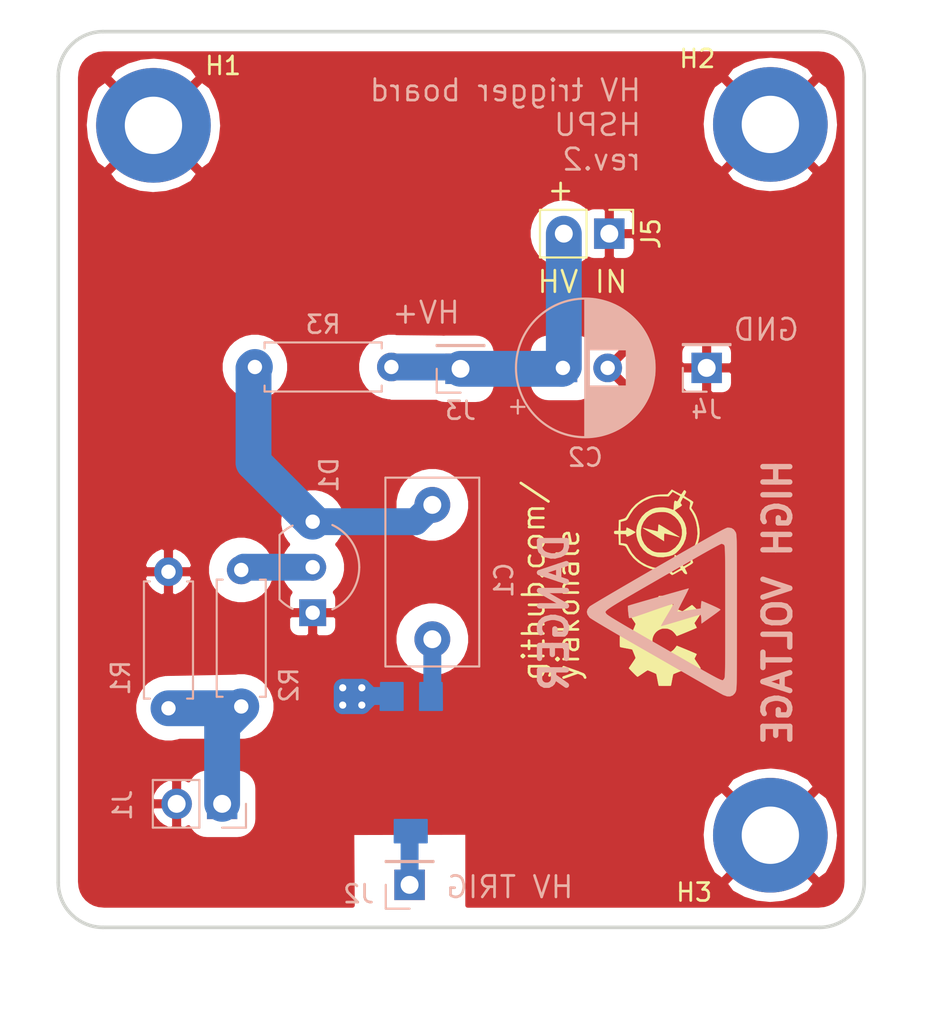
<source format=kicad_pcb>
(kicad_pcb (version 20171130) (host pcbnew "(5.1.10)-1")

  (general
    (thickness 1.6)
    (drawings 17)
    (tracks 33)
    (zones 0)
    (modules 17)
    (nets 8)
  )

  (page A4)
  (layers
    (0 F.Cu signal)
    (31 B.Cu signal)
    (32 B.Adhes user)
    (33 F.Adhes user)
    (34 B.Paste user)
    (35 F.Paste user)
    (36 B.SilkS user)
    (37 F.SilkS user)
    (38 B.Mask user)
    (39 F.Mask user)
    (40 Dwgs.User user)
    (41 Cmts.User user)
    (42 Eco1.User user)
    (43 Eco2.User user)
    (44 Edge.Cuts user)
    (45 Margin user)
    (46 B.CrtYd user)
    (47 F.CrtYd user)
    (48 B.Fab user hide)
    (49 F.Fab user)
  )

  (setup
    (last_trace_width 1)
    (user_trace_width 0.4)
    (user_trace_width 0.5)
    (user_trace_width 0.75)
    (user_trace_width 1)
    (user_trace_width 1.5)
    (user_trace_width 2)
    (trace_clearance 0.2)
    (zone_clearance 0.1)
    (zone_45_only no)
    (trace_min 0.2)
    (via_size 0.8)
    (via_drill 0.4)
    (via_min_size 0.4)
    (via_min_drill 0.3)
    (uvia_size 0.3)
    (uvia_drill 0.1)
    (uvias_allowed no)
    (uvia_min_size 0.2)
    (uvia_min_drill 0.1)
    (edge_width 0.05)
    (segment_width 0.2)
    (pcb_text_width 0.3)
    (pcb_text_size 1.5 1.5)
    (mod_edge_width 0.12)
    (mod_text_size 1 1)
    (mod_text_width 0.15)
    (pad_size 1.524 1.524)
    (pad_drill 0.762)
    (pad_to_mask_clearance 0)
    (aux_axis_origin 0 0)
    (visible_elements 7FFFFFFF)
    (pcbplotparams
      (layerselection 0x010fc_ffffffff)
      (usegerberextensions true)
      (usegerberattributes false)
      (usegerberadvancedattributes false)
      (creategerberjobfile false)
      (excludeedgelayer true)
      (linewidth 0.100000)
      (plotframeref false)
      (viasonmask false)
      (mode 1)
      (useauxorigin false)
      (hpglpennumber 1)
      (hpglpenspeed 20)
      (hpglpendiameter 15.000000)
      (psnegative false)
      (psa4output false)
      (plotreference true)
      (plotvalue false)
      (plotinvisibletext false)
      (padsonsilk false)
      (subtractmaskfromsilk true)
      (outputformat 1)
      (mirror false)
      (drillshape 0)
      (scaleselection 1)
      (outputdirectory "gerbar/"))
  )

  (net 0 "")
  (net 1 PRI_HI)
  (net 2 "Net-(C1-Pad1)")
  (net 3 PRI_L)
  (net 4 HVDC)
  (net 5 "Net-(D1-Pad2)")
  (net 6 "Net-(J1-Pad1)")
  (net 7 SEC)

  (net_class Default "This is the default net class."
    (clearance 0.2)
    (trace_width 0.25)
    (via_dia 0.8)
    (via_drill 0.4)
    (uvia_dia 0.3)
    (uvia_drill 0.1)
    (add_net HVDC)
    (add_net "Net-(C1-Pad1)")
    (add_net "Net-(D1-Pad2)")
    (add_net "Net-(J1-Pad1)")
    (add_net PRI_HI)
    (add_net PRI_L)
    (add_net SEC)
  )

  (module Graphics:hv_large (layer F.Cu) (tedit 0) (tstamp 65024B40)
    (at 215.8873 93.6498 90)
    (fp_text reference G*** (at 0 0 90) (layer F.SilkS) hide
      (effects (font (size 1.524 1.524) (thickness 0.3)))
    )
    (fp_text value LOGO (at 0.75 0 90) (layer F.SilkS) hide
      (effects (font (size 1.524 1.524) (thickness 0.3)))
    )
    (fp_poly (pts (xy -0.02911 -2.457789) (xy -0.004085 -2.414589) (xy 0 -2.341896) (xy 0 -2.216363)
      (xy 0.299134 -2.205824) (xy 0.598268 -2.195286) (xy 0.649307 -2.004004) (xy 0.681061 -1.899489)
      (xy 0.71972 -1.8297) (xy 0.783464 -1.773946) (xy 0.89047 -1.711533) (xy 0.920268 -1.695576)
      (xy 1.213489 -1.500989) (xy 1.478183 -1.250093) (xy 1.70223 -0.957268) (xy 1.873511 -0.636897)
      (xy 1.924743 -0.503642) (xy 1.976649 -0.30386) (xy 2.009439 -0.058923) (xy 2.021432 0.127)
      (xy 2.039118 0.526143) (xy 2.171631 0.64235) (xy 2.304143 0.758558) (xy 2.168072 1.013039)
      (xy 2.1044 1.133966) (xy 2.05667 1.228136) (xy 2.033137 1.279154) (xy 2.032001 1.283319)
      (xy 2.060169 1.309644) (xy 2.130901 1.356949) (xy 2.16466 1.377389) (xy 2.24538 1.428844)
      (xy 2.271414 1.463884) (xy 2.252085 1.500293) (xy 2.237202 1.515779) (xy 2.190311 1.55338)
      (xy 2.143305 1.551486) (xy 2.071729 1.513663) (xy 1.995546 1.471421) (xy 1.950658 1.451633)
      (xy 1.948894 1.451429) (xy 1.923622 1.480369) (xy 1.871797 1.557335) (xy 1.803219 1.667543)
      (xy 1.780515 1.705429) (xy 1.707909 1.822956) (xy 1.647813 1.911648) (xy 1.610471 1.956661)
      (xy 1.605236 1.959429) (xy 1.559213 1.9475) (xy 1.471864 1.917448) (xy 1.429474 1.901616)
      (xy 1.278092 1.843802) (xy 1.092942 1.971163) (xy 0.93433 2.067178) (xy 0.758786 2.144698)
      (xy 0.547195 2.210934) (xy 0.307664 2.267385) (xy 0.072635 2.306771) (xy -0.136673 2.314891)
      (xy -0.35242 2.291021) (xy -0.552608 2.248078) (xy -0.852794 2.15374) (xy -1.132804 2.026984)
      (xy -1.318592 1.913715) (xy -1.393023 1.874718) (xy -1.476958 1.865306) (xy -1.588204 1.886786)
      (xy -1.744565 1.940467) (xy -1.759275 1.946084) (xy -1.801221 1.925232) (xy -1.864813 1.846334)
      (xy -1.938702 1.725781) (xy -2.004674 1.611732) (xy -2.057582 1.527486) (xy -2.087517 1.488671)
      (xy -2.089649 1.487715) (xy -2.129921 1.502771) (xy -2.210692 1.540744) (xy -2.251875 1.561389)
      (xy -2.342056 1.604389) (xy -2.389012 1.61348) (xy -2.412867 1.590159) (xy -2.419766 1.57388)
      (xy -2.409224 1.505545) (xy -2.337892 1.425133) (xy -2.221148 1.346171) (xy -2.200389 1.320525)
      (xy -2.207375 1.272257) (xy -2.246456 1.188662) (xy -2.317668 1.064292) (xy -2.387578 0.942815)
      (xy -2.44006 0.844385) (xy -2.452558 0.816429) (xy -2.352481 0.816429) (xy -2.22321 1.038854)
      (xy -2.093939 1.26128) (xy -1.972255 1.189485) (xy -1.879281 1.116429) (xy -1.852784 1.048977)
      (xy -1.894849 0.992527) (xy -1.895928 0.991845) (xy -1.897382 0.967982) (xy -1.831474 0.944496)
      (xy -1.796142 0.937366) (xy -1.681153 0.92166) (xy -1.557513 0.912148) (xy -1.446069 0.909419)
      (xy -1.367671 0.91406) (xy -1.342571 0.924581) (xy -1.360226 0.959874) (xy -1.405243 1.036877)
      (xy -1.465701 1.136282) (xy -1.529681 1.23878) (xy -1.585261 1.325062) (xy -1.62052 1.375819)
      (xy -1.622989 1.3788) (xy -1.653232 1.36828) (xy -1.687067 1.330864) (xy -1.723796 1.290062)
      (xy -1.765283 1.285817) (xy -1.838589 1.317426) (xy -1.856457 1.326464) (xy -1.93844 1.369335)
      (xy -1.986946 1.396877) (xy -1.990537 1.399462) (xy -1.982347 1.435107) (xy -1.945273 1.510772)
      (xy -1.89122 1.606458) (xy -1.832096 1.70216) (xy -1.779806 1.777879) (xy -1.746256 1.813611)
      (xy -1.743613 1.814286) (xy -1.694311 1.803089) (xy -1.603951 1.774855) (xy -1.559544 1.759596)
      (xy -1.460655 1.728396) (xy -1.395724 1.727653) (xy -1.330866 1.76205) (xy -1.282636 1.797883)
      (xy -1.117622 1.903158) (xy -0.908746 2.006657) (xy -0.683934 2.095992) (xy -0.471117 2.158772)
      (xy -0.466966 2.159719) (xy -0.173287 2.195283) (xy 0.154907 2.179652) (xy 0.477739 2.119559)
      (xy 0.651509 2.063806) (xy 0.838452 1.984403) (xy 1.0126 1.893855) (xy 1.147989 1.804665)
      (xy 1.170646 1.785894) (xy 1.223262 1.753556) (xy 1.29236 1.748507) (xy 1.403747 1.768962)
      (xy 1.406504 1.769601) (xy 1.504877 1.789677) (xy 1.572656 1.787586) (xy 1.626567 1.752899)
      (xy 1.683335 1.675189) (xy 1.754939 1.552383) (xy 1.852262 1.381194) (xy 1.702821 1.304955)
      (xy 1.608967 1.260332) (xy 1.553057 1.249111) (xy 1.509542 1.269552) (xy 1.4855 1.290148)
      (xy 1.448038 1.318337) (xy 1.415424 1.316943) (xy 1.37535 1.276451) (xy 1.315509 1.187344)
      (xy 1.280687 1.131795) (xy 1.143755 0.912011) (xy 0.943806 1.120669) (xy 0.694055 1.334033)
      (xy 0.422222 1.481158) (xy 0.135839 1.562059) (xy -0.157564 1.576752) (xy -0.450455 1.525252)
      (xy -0.735304 1.407575) (xy -1.00458 1.223737) (xy -1.121719 1.116384) (xy -1.231744 1.001526)
      (xy -1.304072 0.907058) (xy -1.354273 0.805945) (xy -1.397916 0.671152) (xy -1.416071 0.605285)
      (xy -1.472431 0.273191) (xy -1.469278 0.181429) (xy -1.215397 0.181429) (xy -1.213591 0.348386)
      (xy -1.204812 0.465705) (xy -1.184314 0.556288) (xy -1.147355 0.643033) (xy -1.10281 0.724946)
      (xy -0.934356 0.955277) (xy -0.724898 1.134772) (xy -0.485276 1.259622) (xy -0.22633 1.326017)
      (xy 0.041103 1.330151) (xy 0.306182 1.268213) (xy 0.369817 1.2424) (xy 0.584391 1.113605)
      (xy 0.777999 0.934387) (xy 0.927946 0.726872) (xy 0.957917 0.669042) (xy 1.009077 0.546321)
      (xy 1.038004 0.429414) (xy 1.050264 0.288861) (xy 1.051932 0.171365) (xy 1.03078 -0.09476)
      (xy 0.963287 -0.317782) (xy 0.84235 -0.515648) (xy 0.730668 -0.640317) (xy 0.510552 -0.812378)
      (xy 0.266431 -0.922374) (xy 0.008986 -0.971988) (xy -0.251105 -0.962904) (xy -0.503161 -0.896802)
      (xy -0.736504 -0.775367) (xy -0.940452 -0.600279) (xy -1.104327 -0.373222) (xy -1.117328 -0.34919)
      (xy -1.164751 -0.250557) (xy -1.193983 -0.159361) (xy -1.209279 -0.05258) (xy -1.214892 0.092806)
      (xy -1.215397 0.181429) (xy -1.469278 0.181429) (xy -1.461595 -0.042096) (xy -1.387573 -0.334114)
      (xy -1.254377 -0.596403) (xy -1.066017 -0.8225) (xy -0.826504 -1.005945) (xy -0.539848 -1.140275)
      (xy -0.29197 -1.205722) (xy -0.002904 -1.223994) (xy 0.283167 -1.176089) (xy 0.554871 -1.067915)
      (xy 0.800839 -0.905381) (xy 1.009699 -0.694396) (xy 1.166721 -0.447742) (xy 1.232562 -0.298958)
      (xy 1.271833 -0.162691) (xy 1.292942 -0.004801) (xy 1.299157 0.08993) (xy 1.302863 0.262128)
      (xy 1.290676 0.410761) (xy 1.25799 0.562089) (xy 1.200197 0.742375) (xy 1.170119 0.8255)
      (xy 1.183976 0.85565) (xy 1.259022 0.869424) (xy 1.316011 0.870857) (xy 1.446324 0.876098)
      (xy 1.567016 0.88911) (xy 1.590997 0.893328) (xy 1.665665 0.914557) (xy 1.681927 0.946834)
      (xy 1.664358 0.988657) (xy 1.64469 1.035586) (xy 1.653681 1.07247) (xy 1.702651 1.112878)
      (xy 1.802917 1.170378) (xy 1.82673 1.183289) (xy 1.90014 1.218262) (xy 1.939302 1.227963)
      (xy 1.940184 1.227319) (xy 1.961873 1.191989) (xy 2.008393 1.111271) (xy 2.06471 1.011476)
      (xy 2.178939 0.80738) (xy 2.046616 0.691199) (xy 1.914294 0.575019) (xy 1.920455 0.217437)
      (xy 1.919994 0.025536) (xy 1.908152 -0.124315) (xy 1.88076 -0.262281) (xy 1.833654 -0.418524)
      (xy 1.831877 -0.423858) (xy 1.675446 -0.787614) (xy 1.465471 -1.102411) (xy 1.202036 -1.36815)
      (xy 0.885226 -1.584728) (xy 0.833623 -1.612696) (xy 0.709806 -1.680447) (xy 0.6343 -1.734422)
      (xy 0.590267 -1.792828) (xy 0.560875 -1.87387) (xy 0.548274 -1.921263) (xy 0.501294 -2.104571)
      (xy 0 -2.104571) (xy 0 -1.941285) (xy 0.00376 -1.840525) (xy 0.022242 -1.792786)
      (xy 0.066247 -1.778623) (xy 0.090715 -1.778) (xy 0.158982 -1.772008) (xy 0.181429 -1.760544)
      (xy 0.165717 -1.712831) (xy 0.125492 -1.625859) (xy 0.071117 -1.51909) (xy 0.012959 -1.411984)
      (xy -0.038618 -1.324002) (xy -0.073249 -1.274606) (xy -0.079837 -1.27) (xy -0.108169 -1.299749)
      (xy -0.15567 -1.375582) (xy -0.21179 -1.477373) (xy -0.265981 -1.584998) (xy -0.307692 -1.678333)
      (xy -0.326375 -1.737252) (xy -0.326571 -1.740679) (xy -0.29619 -1.770998) (xy -0.254 -1.778)
      (xy -0.208648 -1.788684) (xy -0.187203 -1.833046) (xy -0.181456 -1.929555) (xy -0.181428 -1.941285)
      (xy -0.181428 -2.104571) (xy -0.682618 -2.104571) (xy -0.707409 -1.924318) (xy -0.725418 -1.820018)
      (xy -0.755426 -1.755822) (xy -0.815917 -1.708468) (xy -0.919457 -1.657428) (xy -1.241442 -1.470079)
      (xy -1.520402 -1.23003) (xy -1.750965 -0.945992) (xy -1.92776 -0.626677) (xy -2.045414 -0.280793)
      (xy -2.098555 0.082946) (xy -2.099759 0.256526) (xy -2.095517 0.400635) (xy -2.100373 0.494232)
      (xy -2.120612 0.559321) (xy -2.16252 0.617907) (xy -2.220687 0.679871) (xy -2.352481 0.816429)
      (xy -2.452558 0.816429) (xy -2.4661 0.786138) (xy -2.467428 0.779562) (xy -2.443949 0.737058)
      (xy -2.383798 0.663623) (xy -2.334331 0.610614) (xy -2.261418 0.531196) (xy -2.22249 0.465143)
      (xy -2.208129 0.384887) (xy -2.208915 0.262862) (xy -2.209533 0.245394) (xy -2.187992 -0.11329)
      (xy -2.101765 -0.467015) (xy -1.957321 -0.804629) (xy -1.761131 -1.114981) (xy -1.519665 -1.386918)
      (xy -1.239392 -1.609291) (xy -1.079631 -1.70206) (xy -0.956254 -1.767069) (xy -0.88225 -1.816829)
      (xy -0.842238 -1.868864) (xy -0.820843 -1.940698) (xy -0.80897 -2.010489) (xy -0.779649 -2.195286)
      (xy -0.480539 -2.205824) (xy -0.181428 -2.216363) (xy -0.181428 -2.341896) (xy -0.174462 -2.427145)
      (xy -0.143244 -2.461775) (xy -0.090714 -2.467428) (xy -0.02911 -2.457789)) (layer F.SilkS) (width 0.01))
    (fp_poly (pts (xy 0.15978 -0.826017) (xy 0.139407 -0.733362) (xy 0.106804 -0.599395) (xy 0.069291 -0.453571)
      (xy 0.027435 -0.292315) (xy -0.006553 -0.157229) (xy -0.028919 -0.063515) (xy -0.036007 -0.027214)
      (xy -0.003315 -0.012434) (xy 0.081452 -0.00255) (xy 0.167168 0) (xy 0.288324 0.004889)
      (xy 0.346334 0.021001) (xy 0.352525 0.045357) (xy 0.328407 0.089835) (xy 0.273792 0.183275)
      (xy 0.196419 0.312957) (xy 0.104031 0.466166) (xy 0.00437 0.630182) (xy -0.094825 0.792287)
      (xy -0.18581 0.939765) (xy -0.260845 1.059896) (xy -0.312189 1.139963) (xy -0.326662 1.161143)
      (xy -0.354281 1.193006) (xy -0.349946 1.161295) (xy -0.346099 1.148185) (xy -0.325919 1.075486)
      (xy -0.295606 0.95999) (xy -0.259579 0.819306) (xy -0.222255 0.671046) (xy -0.188054 0.53282)
      (xy -0.161392 0.422237) (xy -0.146689 0.356909) (xy -0.145142 0.34721) (xy -0.178107 0.336298)
      (xy -0.263745 0.328817) (xy -0.361661 0.326572) (xy -0.57818 0.326572) (xy -0.367713 -0.009071)
      (xy -0.259223 -0.183665) (xy -0.144612 -0.370673) (xy -0.041933 -0.540545) (xy -0.001203 -0.608985)
      (xy 0.070446 -0.727415) (xy 0.127229 -0.81581) (xy 0.160164 -0.860406) (xy 0.164575 -0.862985)
      (xy 0.15978 -0.826017)) (layer F.SilkS) (width 0.01))
  )

  (module Graphics:high_voltage_large (layer B.Cu) (tedit 0) (tstamp 65024868)
    (at 216.2556 98.1837 270)
    (fp_text reference G*** (at 0 0 270) (layer B.SilkS) hide
      (effects (font (size 1.524 1.524) (thickness 0.3)) (justify mirror))
    )
    (fp_text value LOGO (at 0.75 0 270) (layer B.SilkS) hide
      (effects (font (size 1.524 1.524) (thickness 0.3)) (justify mirror))
    )
    (fp_poly (pts (xy 0.139111 4.317727) (xy 0.291862 4.212587) (xy 0.306377 4.198935) (xy 0.346022 4.146576)
      (xy 0.419 4.034804) (xy 0.523039 3.867444) (xy 0.655866 3.648319) (xy 0.81521 3.381255)
      (xy 0.998799 3.070075) (xy 1.204361 2.718604) (xy 1.429625 2.330666) (xy 1.672317 1.910086)
      (xy 1.85235 1.596571) (xy 2.095866 1.171719) (xy 2.343712 0.739376) (xy 2.591294 0.307547)
      (xy 2.834023 -0.115761) (xy 3.067307 -0.522544) (xy 3.286555 -0.904796) (xy 3.487175 -1.254512)
      (xy 3.664575 -1.563686) (xy 3.814166 -1.824312) (xy 3.910857 -1.992701) (xy 4.063041 -2.258268)
      (xy 4.207115 -2.510839) (xy 4.338194 -2.741765) (xy 4.451395 -2.942397) (xy 4.541834 -3.104086)
      (xy 4.604628 -3.218184) (xy 4.630969 -3.26797) (xy 4.701906 -3.466502) (xy 4.707785 -3.644194)
      (xy 4.650127 -3.795207) (xy 4.530452 -3.913698) (xy 4.451665 -3.957198) (xy 4.426702 -3.967607)
      (xy 4.397528 -3.976913) (xy 4.360162 -3.985178) (xy 4.310617 -3.992463) (xy 4.244909 -3.998829)
      (xy 4.159055 -4.00434) (xy 4.04907 -4.009055) (xy 3.910969 -4.013038) (xy 3.740768 -4.016349)
      (xy 3.534483 -4.019051) (xy 3.28813 -4.021205) (xy 2.997723 -4.022872) (xy 2.659279 -4.024115)
      (xy 2.268813 -4.024995) (xy 1.822341 -4.025574) (xy 1.315878 -4.025913) (xy 0.74544 -4.026075)
      (xy 0.107044 -4.02612) (xy 0 -4.026121) (xy -0.649467 -4.026088) (xy -1.230348 -4.025949)
      (xy -1.746626 -4.025642) (xy -2.202286 -4.025105) (xy -2.601311 -4.024276) (xy -2.947688 -4.023095)
      (xy -3.245399 -4.021498) (xy -3.498429 -4.019425) (xy -3.710763 -4.016814) (xy -3.886384 -4.013603)
      (xy -4.029278 -4.00973) (xy -4.143429 -4.005134) (xy -4.232821 -3.999753) (xy -4.301438 -3.993525)
      (xy -4.353265 -3.986389) (xy -4.392286 -3.978283) (xy -4.422486 -3.969145) (xy -4.447848 -3.958913)
      (xy -4.451665 -3.957198) (xy -4.600244 -3.856153) (xy -4.687206 -3.717091) (xy -4.711225 -3.542388)
      (xy -4.707798 -3.498216) (xy -4.697845 -3.461225) (xy -4.672716 -3.399889) (xy -4.630782 -3.311282)
      (xy -4.570415 -3.19248) (xy -4.557262 -3.167634) (xy -3.81 -3.167634) (xy -3.78633 -3.252738)
      (xy -3.749947 -3.308214) (xy -3.737749 -3.319005) (xy -3.719034 -3.32856) (xy -3.689581 -3.336954)
      (xy -3.64517 -3.344263) (xy -3.58158 -3.35056) (xy -3.49459 -3.355922) (xy -3.379979 -3.360423)
      (xy -3.233527 -3.364138) (xy -3.051012 -3.367142) (xy -2.828214 -3.36951) (xy -2.560913 -3.371316)
      (xy -2.244887 -3.372637) (xy -1.875915 -3.373546) (xy -1.449777 -3.374119) (xy -0.962252 -3.37443)
      (xy -0.409119 -3.374555) (xy -0.012519 -3.374572) (xy 0.584743 -3.374548) (xy 1.113678 -3.374423)
      (xy 1.578531 -3.374115) (xy 1.983547 -3.373541) (xy 2.33297 -3.372618) (xy 2.631045 -3.371266)
      (xy 2.882017 -3.369401) (xy 3.090131 -3.366942) (xy 3.25963 -3.363807) (xy 3.394761 -3.359913)
      (xy 3.499767 -3.355178) (xy 3.578893 -3.34952) (xy 3.636384 -3.342857) (xy 3.676485 -3.335107)
      (xy 3.70344 -3.326187) (xy 3.721494 -3.316016) (xy 3.734892 -3.304511) (xy 3.737429 -3.302)
      (xy 3.75492 -3.287487) (xy 3.771977 -3.276346) (xy 3.787025 -3.265636) (xy 3.798484 -3.252412)
      (xy 3.804778 -3.233732) (xy 3.804328 -3.206651) (xy 3.795559 -3.168226) (xy 3.776892 -3.115515)
      (xy 3.746749 -3.045572) (xy 3.703553 -2.955456) (xy 3.645727 -2.842222) (xy 3.571693 -2.702927)
      (xy 3.479874 -2.534628) (xy 3.368693 -2.334381) (xy 3.236571 -2.099243) (xy 3.081931 -1.826271)
      (xy 2.903196 -1.51252) (xy 2.698788 -1.155049) (xy 2.467131 -0.750912) (xy 2.206645 -0.297167)
      (xy 1.915755 0.20913) (xy 1.592882 0.770922) (xy 1.236449 1.391152) (xy 1.024613 1.759857)
      (xy 0.793609 2.159735) (xy 0.596252 2.496519) (xy 0.431984 2.771116) (xy 0.300245 2.984437)
      (xy 0.200476 3.13739) (xy 0.132117 3.230884) (xy 0.098784 3.264006) (xy 0.074395 3.279721)
      (xy 0.052689 3.294888) (xy 0.031945 3.306752) (xy 0.010439 3.312555) (xy -0.013552 3.309544)
      (xy -0.041749 3.294961) (xy -0.075877 3.26605) (xy -0.117657 3.220057) (xy -0.168814 3.154224)
      (xy -0.231068 3.065797) (xy -0.306144 2.952018) (xy -0.395764 2.810133) (xy -0.50165 2.637385)
      (xy -0.625527 2.431018) (xy -0.769115 2.188277) (xy -0.934139 1.906405) (xy -1.122321 1.582647)
      (xy -1.335384 1.214247) (xy -1.57505 0.798448) (xy -1.843043 0.332496) (xy -2.141085 -0.186367)
      (xy -2.470899 -0.760895) (xy -2.834208 -1.393846) (xy -3.072991 -1.809777) (xy -3.232963 -2.090171)
      (xy -3.380985 -2.353038) (xy -3.513213 -2.591297) (xy -3.625805 -2.79787) (xy -3.714917 -2.965676)
      (xy -3.776707 -3.087635) (xy -3.807332 -3.156668) (xy -3.81 -3.167634) (xy -4.557262 -3.167634)
      (xy -4.489985 -3.040556) (xy -4.387864 -2.852585) (xy -4.262423 -2.625642) (xy -4.112034 -2.356802)
      (xy -3.935068 -2.043137) (xy -3.729896 -1.681725) (xy -3.49489 -1.269637) (xy -3.22842 -0.80395)
      (xy -2.928859 -0.281738) (xy -2.594578 0.299925) (xy -2.554692 0.369271) (xy -2.277888 0.849819)
      (xy -2.009637 1.314204) (xy -1.752315 1.758382) (xy -1.508298 2.178307) (xy -1.279962 2.569931)
      (xy -1.069684 2.929209) (xy -0.879841 3.252096) (xy -0.712808 3.534546) (xy -0.570962 3.772511)
      (xy -0.456679 3.961947) (xy -0.372336 4.098808) (xy -0.320308 4.179047) (xy -0.305989 4.197932)
      (xy -0.159761 4.310399) (xy -0.011412 4.350331) (xy 0.139111 4.317727)) (layer B.SilkS) (width 0.01))
    (fp_poly (pts (xy -0.216933 2.058349) (xy -0.093398 2.049245) (xy 0.042648 2.036455) (xy 0.171385 2.021862)
      (xy 0.272995 2.007351) (xy 0.327658 1.994803) (xy 0.329988 1.993603) (xy 0.336169 1.967375)
      (xy 0.325948 1.902751) (xy 0.297877 1.795047) (xy 0.250508 1.639579) (xy 0.182394 1.431663)
      (xy 0.092085 1.166616) (xy -0.021865 0.839754) (xy -0.061665 0.726706) (xy -0.190978 0.356616)
      (xy -0.294094 0.053814) (xy -0.371122 -0.182048) (xy -0.422173 -0.351317) (xy -0.447354 -0.454342)
      (xy -0.446776 -0.49147) (xy -0.44413 -0.491255) (xy -0.396781 -0.466552) (xy -0.298239 -0.410575)
      (xy -0.159374 -0.329659) (xy 0.008939 -0.230137) (xy 0.188612 -0.122681) (xy 0.371408 -0.013974)
      (xy 0.532013 0.079258) (xy 0.660504 0.15144) (xy 0.746957 0.196999) (xy 0.781448 0.21036)
      (xy 0.781479 0.210331) (xy 0.774961 0.173319) (xy 0.74953 0.075466) (xy 0.707624 -0.07471)
      (xy 0.651681 -0.268691) (xy 0.584139 -0.497959) (xy 0.507436 -0.753995) (xy 0.471455 -0.872798)
      (xy 0.390764 -1.139648) (xy 0.317332 -1.384973) (xy 0.253743 -1.59994) (xy 0.202583 -1.775717)
      (xy 0.166436 -1.903471) (xy 0.147888 -1.97437) (xy 0.145967 -1.985053) (xy 0.181183 -2.013271)
      (xy 0.287384 -2.032218) (xy 0.394627 -2.039482) (xy 0.644112 -2.050143) (xy 0.27214 -2.574782)
      (xy 0.150221 -2.744846) (xy 0.041444 -2.893012) (xy -0.046847 -3.009564) (xy -0.107311 -3.084785)
      (xy -0.131559 -3.109041) (xy -0.156224 -3.080955) (xy -0.203567 -2.997158) (xy -0.267919 -2.868745)
      (xy -0.343616 -2.706813) (xy -0.390204 -2.602545) (xy -0.468209 -2.423551) (xy -0.534621 -2.268157)
      (xy -0.584412 -2.148364) (xy -0.612557 -2.076175) (xy -0.61699 -2.061025) (xy -0.584026 -2.045606)
      (xy -0.498852 -2.031912) (xy -0.409671 -2.02474) (xy -0.202484 -2.013857) (xy -0.10294 -1.362041)
      (xy -0.071914 -1.153697) (xy -0.046285 -0.97146) (xy -0.027555 -0.826887) (xy -0.017224 -0.731533)
      (xy -0.01653 -0.697088) (xy -0.051161 -0.709029) (xy -0.140091 -0.749993) (xy -0.273438 -0.815136)
      (xy -0.441318 -0.899613) (xy -0.633846 -0.998581) (xy -0.669941 -1.017344) (xy -0.865592 -1.118341)
      (xy -1.038111 -1.205723) (xy -1.177673 -1.27465) (xy -1.274454 -1.320286) (xy -1.318631 -1.337792)
      (xy -1.320239 -1.337582) (xy -1.312 -1.30216) (xy -1.285896 -1.205232) (xy -1.244276 -1.05499)
      (xy -1.189486 -0.859629) (xy -1.123875 -0.627341) (xy -1.049791 -0.36632) (xy -0.969582 -0.084759)
      (xy -0.885595 0.209149) (xy -0.800179 0.507211) (xy -0.715681 0.801232) (xy -0.63445 1.08302)
      (xy -0.558832 1.344382) (xy -0.491177 1.577124) (xy -0.433832 1.773053) (xy -0.389145 1.923976)
      (xy -0.359464 2.021699) (xy -0.347194 2.057963) (xy -0.308138 2.061883) (xy -0.216933 2.058349)) (layer B.SilkS) (width 0.01))
  )

  (module Graphics:opensource_hardware_large (layer F.Cu) (tedit 0) (tstamp 650246E9)
    (at 216.0651 99.7839 90)
    (fp_text reference G*** (at -4.8006 -0.9144 90) (layer F.SilkS) hide
      (effects (font (size 1.524 1.524) (thickness 0.3)))
    )
    (fp_text value LOGO (at 0.75 0 90) (layer F.SilkS) hide
      (effects (font (size 1.524 1.524) (thickness 0.3)))
    )
    (fp_poly (pts (xy 0.027336 -2.320811) (xy 0.092283 -2.320295) (xy 0.153708 -2.319354) (xy 0.20936 -2.317989)
      (xy 0.256987 -2.316202) (xy 0.294337 -2.313998) (xy 0.319161 -2.311377) (xy 0.329102 -2.30849)
      (xy 0.332692 -2.297873) (xy 0.338897 -2.27246) (xy 0.34733 -2.234123) (xy 0.357602 -2.18473)
      (xy 0.369328 -2.126152) (xy 0.382119 -2.060259) (xy 0.395591 -1.988922) (xy 0.398745 -1.97194)
      (xy 0.416237 -1.878688) (xy 0.431231 -1.801475) (xy 0.443877 -1.739616) (xy 0.454325 -1.692425)
      (xy 0.462724 -1.659216) (xy 0.469225 -1.639305) (xy 0.47289 -1.632739) (xy 0.483802 -1.626323)
      (xy 0.507976 -1.614713) (xy 0.542926 -1.598944) (xy 0.586166 -1.580048) (xy 0.635212 -1.559061)
      (xy 0.687579 -1.537016) (xy 0.740781 -1.514948) (xy 0.792333 -1.49389) (xy 0.839751 -1.474876)
      (xy 0.880549 -1.45894) (xy 0.912242 -1.447117) (xy 0.932344 -1.44044) (xy 0.937715 -1.439333)
      (xy 0.947046 -1.44398) (xy 0.968747 -1.457237) (xy 1.00126 -1.478081) (xy 1.04303 -1.505487)
      (xy 1.092499 -1.538431) (xy 1.148111 -1.575891) (xy 1.20831 -1.61684) (xy 1.228157 -1.630424)
      (xy 1.308105 -1.684901) (xy 1.374786 -1.729624) (xy 1.428591 -1.764843) (xy 1.469916 -1.790808)
      (xy 1.499154 -1.807768) (xy 1.516698 -1.815972) (xy 1.521973 -1.816743) (xy 1.531831 -1.809615)
      (xy 1.551652 -1.792052) (xy 1.579856 -1.765643) (xy 1.614867 -1.731978) (xy 1.655105 -1.692647)
      (xy 1.698994 -1.649239) (xy 1.744954 -1.603344) (xy 1.791409 -1.556551) (xy 1.836779 -1.510449)
      (xy 1.879488 -1.466629) (xy 1.917956 -1.426679) (xy 1.950607 -1.392189) (xy 1.975861 -1.364749)
      (xy 1.992142 -1.345948) (xy 1.99787 -1.337378) (xy 1.993155 -1.327863) (xy 1.979825 -1.306023)
      (xy 1.958925 -1.273445) (xy 1.931498 -1.231712) (xy 1.898587 -1.18241) (xy 1.861237 -1.127125)
      (xy 1.820491 -1.06744) (xy 1.811604 -1.054501) (xy 1.77026 -0.994003) (xy 1.732111 -0.937472)
      (xy 1.698198 -0.886509) (xy 1.669567 -0.842714) (xy 1.647262 -0.807687) (xy 1.632326 -0.78303)
      (xy 1.625803 -0.770341) (xy 1.6256 -0.769361) (xy 1.628897 -0.75751) (xy 1.638096 -0.732628)
      (xy 1.65216 -0.69713) (xy 1.67005 -0.653431) (xy 1.690729 -0.603946) (xy 1.71316 -0.551089)
      (xy 1.736304 -0.497275) (xy 1.759125 -0.44492) (xy 1.780583 -0.396439) (xy 1.799642 -0.354245)
      (xy 1.815264 -0.320755) (xy 1.826412 -0.298383) (xy 1.831642 -0.289863) (xy 1.842498 -0.285646)
      (xy 1.868324 -0.278849) (xy 1.907411 -0.269836) (xy 1.958055 -0.258975) (xy 2.018549 -0.246631)
      (xy 2.087186 -0.233171) (xy 2.159021 -0.219565) (xy 2.230291 -0.206098) (xy 2.296532 -0.193222)
      (xy 2.355846 -0.181334) (xy 2.406335 -0.170829) (xy 2.446098 -0.162103) (xy 2.473238 -0.155554)
      (xy 2.485855 -0.151576) (xy 2.486321 -0.151276) (xy 2.48933 -0.140519) (xy 2.491926 -0.115085)
      (xy 2.494106 -0.077225) (xy 2.495869 -0.029191) (xy 2.497211 0.026767) (xy 2.498129 0.088397)
      (xy 2.498622 0.153447) (xy 2.498687 0.219667) (xy 2.498322 0.284806) (xy 2.497522 0.346612)
      (xy 2.496288 0.402833) (xy 2.494614 0.451219) (xy 2.4925 0.489518) (xy 2.489943 0.515479)
      (xy 2.487084 0.526685) (xy 2.478183 0.531632) (xy 2.457564 0.538135) (xy 2.424366 0.546383)
      (xy 2.377727 0.556566) (xy 2.316785 0.568875) (xy 2.240678 0.583499) (xy 2.167467 0.597146)
      (xy 2.09706 0.610291) (xy 2.031756 0.622784) (xy 1.973465 0.634239) (xy 1.924099 0.644266)
      (xy 1.885569 0.652476) (xy 1.859784 0.658482) (xy 1.848658 0.661894) (xy 1.848519 0.661991)
      (xy 1.843002 0.671579) (xy 1.832329 0.694635) (xy 1.817439 0.728829) (xy 1.799271 0.77183)
      (xy 1.778763 0.821307) (xy 1.756853 0.874929) (xy 1.734479 0.930366) (xy 1.712581 0.985286)
      (xy 1.692096 1.03736) (xy 1.673962 1.084256) (xy 1.659119 1.123644) (xy 1.648504 1.153193)
      (xy 1.643056 1.170572) (xy 1.642534 1.173618) (xy 1.647182 1.183527) (xy 1.66041 1.205692)
      (xy 1.681142 1.238462) (xy 1.708301 1.280183) (xy 1.740812 1.329202) (xy 1.777599 1.383865)
      (xy 1.816747 1.441296) (xy 1.856833 1.499894) (xy 1.89393 1.554405) (xy 1.92693 1.603181)
      (xy 1.954724 1.644571) (xy 1.976206 1.676925) (xy 1.990266 1.698595) (xy 1.995773 1.70786)
      (xy 1.991196 1.716817) (xy 1.975909 1.735881) (xy 1.951473 1.76349) (xy 1.919449 1.798081)
      (xy 1.881398 1.838092) (xy 1.838879 1.881961) (xy 1.793453 1.928124) (xy 1.746681 1.97502)
      (xy 1.700124 2.021086) (xy 1.655342 2.06476) (xy 1.613895 2.104479) (xy 1.577345 2.138681)
      (xy 1.547252 2.165803) (xy 1.525175 2.184284) (xy 1.512677 2.192559) (xy 1.511357 2.192855)
      (xy 1.499916 2.188193) (xy 1.476735 2.175092) (xy 1.443912 2.154872) (xy 1.403546 2.128851)
      (xy 1.357737 2.098347) (xy 1.3208 2.073135) (xy 1.267219 2.036257) (xy 1.212994 1.999071)
      (xy 1.161369 1.963793) (xy 1.115591 1.93264) (xy 1.078904 1.907826) (xy 1.06526 1.898673)
      (xy 0.983286 1.843918) (xy 0.85602 1.910443) (xy 0.808968 1.934818) (xy 0.774525 1.951957)
      (xy 0.750434 1.962729) (xy 0.734437 1.968005) (xy 0.724278 1.968653) (xy 0.717697 1.965544)
      (xy 0.716332 1.964267) (xy 0.710825 1.954188) (xy 0.69962 1.929987) (xy 0.683364 1.893233)
      (xy 0.662706 1.845492) (xy 0.638294 1.788333) (xy 0.610776 1.723323) (xy 0.580801 1.652029)
      (xy 0.549017 1.57602) (xy 0.516072 1.496862) (xy 0.482615 1.416123) (xy 0.449293 1.335371)
      (xy 0.416755 1.256174) (xy 0.38565 1.180098) (xy 0.356625 1.108713) (xy 0.330329 1.043584)
      (xy 0.307411 0.98628) (xy 0.288517 0.938369) (xy 0.274298 0.901417) (xy 0.2654 0.876993)
      (xy 0.262467 0.866792) (xy 0.267702 0.854415) (xy 0.284425 0.837993) (xy 0.314162 0.816159)
      (xy 0.332317 0.804124) (xy 0.366574 0.779567) (xy 0.407058 0.746959) (xy 0.448519 0.710698)
      (xy 0.483043 0.67786) (xy 0.51856 0.641487) (xy 0.544949 0.611776) (xy 0.56565 0.584038)
      (xy 0.584099 0.553581) (xy 0.603734 0.515717) (xy 0.607538 0.508) (xy 0.635718 0.447598)
      (xy 0.655814 0.395835) (xy 0.669109 0.347243) (xy 0.676886 0.296354) (xy 0.680429 0.237703)
      (xy 0.681063 0.194734) (xy 0.680711 0.142532) (xy 0.678886 0.10228) (xy 0.675068 0.06902)
      (xy 0.668739 0.037793) (xy 0.662026 0.0127) (xy 0.623868 -0.090849) (xy 0.571933 -0.185455)
      (xy 0.507316 -0.270045) (xy 0.431109 -0.343546) (xy 0.344406 -0.404883) (xy 0.2483 -0.452984)
      (xy 0.156634 -0.483558) (xy 0.089078 -0.496081) (xy 0.012833 -0.501726) (xy -0.06549 -0.500496)
      (xy -0.13928 -0.492395) (xy -0.182033 -0.483354) (xy -0.282047 -0.448694) (xy -0.37407 -0.400572)
      (xy -0.457091 -0.34046) (xy -0.530095 -0.269827) (xy -0.59207 -0.190145) (xy -0.642 -0.102883)
      (xy -0.678873 -0.009514) (xy -0.701676 0.088494) (xy -0.709395 0.18967) (xy -0.703792 0.273704)
      (xy -0.682716 0.379502) (xy -0.648325 0.476452) (xy -0.599962 0.565597) (xy -0.536966 0.647982)
      (xy -0.458678 0.724651) (xy -0.381 0.78513) (xy -0.34698 0.80969) (xy -0.318003 0.83149)
      (xy -0.296914 0.848327) (xy -0.286558 0.857996) (xy -0.286169 0.858575) (xy -0.285026 0.860716)
      (xy -0.284365 0.863397) (xy -0.284593 0.867639) (xy -0.286112 0.874461) (xy -0.289328 0.884885)
      (xy -0.294644 0.899931) (xy -0.302466 0.92062) (xy -0.313197 0.947972) (xy -0.327243 0.983007)
      (xy -0.345007 1.026747) (xy -0.366895 1.080211) (xy -0.393309 1.144421) (xy -0.424656 1.220397)
      (xy -0.461339 1.309158) (xy -0.503763 1.411727) (xy -0.542334 1.504954) (xy -0.588387 1.615799)
      (xy -0.6284 1.711091) (xy -0.662473 1.791059) (xy -0.690706 1.855932) (xy -0.7132 1.905938)
      (xy -0.730056 1.941304) (xy -0.741374 1.96226) (xy -0.746892 1.968982) (xy -0.760104 1.966817)
      (xy -0.785761 1.956849) (xy -0.821792 1.939991) (xy -0.866126 1.917157) (xy -0.873892 1.912988)
      (xy -0.914578 1.891644) (xy -0.951199 1.873571) (xy -0.980651 1.860215) (xy -0.999829 1.853024)
      (xy -1.004295 1.852185) (xy -1.015246 1.856827) (xy -1.038369 1.870073) (xy -1.071958 1.890828)
      (xy -1.114303 1.917998) (xy -1.163697 1.950488) (xy -1.218431 1.987206) (xy -1.27014 2.022475)
      (xy -1.328182 2.062031) (xy -1.382396 2.098338) (xy -1.431076 2.1303) (xy -1.472514 2.156823)
      (xy -1.505001 2.176811) (xy -1.52683 2.18917) (xy -1.535902 2.192867) (xy -1.546907 2.187152)
      (xy -1.568499 2.169899) (xy -1.600854 2.140942) (xy -1.644151 2.100116) (xy -1.698566 2.047257)
      (xy -1.764278 1.9822) (xy -1.784408 1.962093) (xy -1.85272 1.89328) (xy -1.90923 1.835349)
      (xy -1.953821 1.788424) (xy -1.986375 1.752632) (xy -2.006778 1.728096) (xy -2.014911 1.714944)
      (xy -2.015066 1.713915) (xy -2.010408 1.703121) (xy -1.997152 1.680118) (xy -1.976381 1.646592)
      (xy -1.949178 1.604228) (xy -1.916623 1.554712) (xy -1.879799 1.49973) (xy -1.8415 1.443464)
      (xy -1.801599 1.384826) (xy -1.76493 1.330042) (xy -1.732574 1.280796) (xy -1.705614 1.238773)
      (xy -1.685131 1.205659) (xy -1.672208 1.18314) (xy -1.667917 1.173059) (xy -1.671041 1.160047)
      (xy -1.679779 1.133873) (xy -1.693165 1.096951) (xy -1.710233 1.051694) (xy -1.730017 1.000518)
      (xy -1.751551 0.945835) (xy -1.773869 0.890059) (xy -1.796005 0.835606) (xy -1.816993 0.784887)
      (xy -1.835867 0.740318) (xy -1.851661 0.704313) (xy -1.863409 0.679284) (xy -1.870145 0.667647)
      (xy -1.870197 0.667592) (xy -1.880846 0.662144) (xy -1.90418 0.655031) (xy -1.940965 0.646085)
      (xy -1.991964 0.635134) (xy -2.057943 0.622009) (xy -2.139664 0.606539) (xy -2.167467 0.601397)
      (xy -2.252072 0.585809) (xy -2.321548 0.57292) (xy -2.377419 0.56235) (xy -2.421207 0.55372)
      (xy -2.454435 0.546653) (xy -2.478627 0.540768) (xy -2.495304 0.535688) (xy -2.505991 0.531034)
      (xy -2.512209 0.526427) (xy -2.515482 0.521488) (xy -2.517332 0.515839) (xy -2.517747 0.514285)
      (xy -2.518909 0.501696) (xy -2.519984 0.474188) (xy -2.52094 0.433777) (xy -2.521747 0.382479)
      (xy -2.522371 0.322308) (xy -2.522783 0.25528) (xy -2.52295 0.18341) (xy -2.522951 0.181535)
      (xy -2.52284 0.094629) (xy -2.522409 0.023371) (xy -2.521618 -0.033525) (xy -2.520426 -0.077342)
      (xy -2.51879 -0.109364) (xy -2.516672 -0.130874) (xy -2.514029 -0.143159) (xy -2.512483 -0.146261)
      (xy -2.50485 -0.151014) (xy -2.487612 -0.156945) (xy -2.459653 -0.164302) (xy -2.419855 -0.173334)
      (xy -2.367098 -0.184289) (xy -2.300266 -0.197418) (xy -2.21824 -0.212968) (xy -2.185387 -0.219093)
      (xy -2.099111 -0.23528) (xy -2.028226 -0.248957) (xy -1.971426 -0.260418) (xy -1.927402 -0.269956)
      (xy -1.894847 -0.277865) (xy -1.872454 -0.284437) (xy -1.858913 -0.289968) (xy -1.853917 -0.293464)
      (xy -1.846368 -0.305634) (xy -1.833609 -0.330938) (xy -1.816698 -0.366904) (xy -1.796691 -0.411059)
      (xy -1.774646 -0.460933) (xy -1.751618 -0.514053) (xy -1.728665 -0.567948) (xy -1.706844 -0.620146)
      (xy -1.687212 -0.668175) (xy -1.670825 -0.709563) (xy -1.65874 -0.741839) (xy -1.652014 -0.76253)
      (xy -1.650983 -0.768086) (xy -1.655685 -0.779327) (xy -1.669122 -0.802874) (xy -1.690297 -0.837176)
      (xy -1.718215 -0.88068) (xy -1.751881 -0.931834) (xy -1.790299 -0.989086) (xy -1.830138 -1.047486)
      (xy -1.870886 -1.107135) (xy -1.908599 -1.163046) (xy -1.94218 -1.213539) (xy -1.970533 -1.256938)
      (xy -1.992562 -1.291563) (xy -2.007171 -1.315736) (xy -2.013265 -1.327778) (xy -2.013331 -1.328051)
      (xy -2.012869 -1.334674) (xy -2.008521 -1.344069) (xy -1.999263 -1.357367) (xy -1.984074 -1.375696)
      (xy -1.961932 -1.400188) (xy -1.931812 -1.431972) (xy -1.892693 -1.472178) (xy -1.843553 -1.521935)
      (xy -1.783369 -1.582374) (xy -1.781276 -1.58447) (xy -1.717672 -1.647757) (xy -1.662376 -1.701923)
      (xy -1.615989 -1.746404) (xy -1.579113 -1.780638) (xy -1.55235 -1.804061) (xy -1.536303 -1.816109)
      (xy -1.532113 -1.817656) (xy -1.522387 -1.812251) (xy -1.500362 -1.798283) (xy -1.46766 -1.776834)
      (xy -1.425901 -1.748985) (xy -1.376706 -1.715818) (xy -1.321695 -1.678414) (xy -1.262489 -1.637854)
      (xy -1.256947 -1.634043) (xy -1.197038 -1.592999) (xy -1.140818 -1.554812) (xy -1.089973 -1.520603)
      (xy -1.046187 -1.491491) (xy -1.011145 -1.468596) (xy -0.986532 -1.453037) (xy -0.974033 -1.445934)
      (xy -0.973666 -1.445787) (xy -0.965038 -1.444325) (xy -0.952213 -1.44567) (xy -0.933427 -1.450427)
      (xy -0.906917 -1.459198) (xy -0.870919 -1.472588) (xy -0.823668 -1.491199) (xy -0.763402 -1.515636)
      (xy -0.732367 -1.528364) (xy -0.674824 -1.552019) (xy -0.622148 -1.573668) (xy -0.576444 -1.592446)
      (xy -0.539817 -1.607489) (xy -0.514373 -1.617932) (xy -0.502216 -1.622911) (xy -0.501727 -1.623109)
      (xy -0.497483 -1.625792) (xy -0.493385 -1.631242) (xy -0.4891 -1.640929) (xy -0.484299 -1.656318)
      (xy -0.478651 -1.678879) (xy -0.471824 -1.710079) (xy -0.46349 -1.751385) (xy -0.453316 -1.804266)
      (xy -0.440973 -1.870188) (xy -0.426128 -1.950621) (xy -0.418185 -1.9939) (xy -0.401761 -2.082277)
      (xy -0.387781 -2.154794) (xy -0.376054 -2.212316) (xy -0.366389 -2.255709) (xy -0.358598 -2.28584)
      (xy -0.352488 -2.303575) (xy -0.348868 -2.309283) (xy -0.336794 -2.312271) (xy -0.310231 -2.314812)
      (xy -0.271431 -2.316908) (xy -0.222645 -2.318562) (xy -0.166123 -2.319777) (xy -0.104119 -2.320554)
      (xy -0.038882 -2.320899) (xy 0.027336 -2.320811)) (layer F.SilkS) (width 0.01))
  )

  (module Resistor_THT:R_Axial_DIN0207_L6.3mm_D2.5mm_P7.62mm_Horizontal (layer B.Cu) (tedit 5AE5139B) (tstamp 64BF925B)
    (at 200.9902 84.5058 180)
    (descr "Resistor, Axial_DIN0207 series, Axial, Horizontal, pin pitch=7.62mm, 0.25W = 1/4W, length*diameter=6.3*2.5mm^2, http://cdn-reichelt.de/documents/datenblatt/B400/1_4W%23YAG.pdf")
    (tags "Resistor Axial_DIN0207 series Axial Horizontal pin pitch 7.62mm 0.25W = 1/4W length 6.3mm diameter 2.5mm")
    (path /64BE6C3D)
    (fp_text reference R3 (at 3.81 2.37) (layer B.SilkS)
      (effects (font (size 1 1) (thickness 0.15)) (justify mirror))
    )
    (fp_text value 1M (at 3.81 -2.37) (layer B.Fab)
      (effects (font (size 1 1) (thickness 0.15)) (justify mirror))
    )
    (fp_text user %R (at 3.81 0) (layer B.Fab)
      (effects (font (size 1 1) (thickness 0.15)) (justify mirror))
    )
    (fp_line (start 0.66 1.25) (end 0.66 -1.25) (layer B.Fab) (width 0.1))
    (fp_line (start 0.66 -1.25) (end 6.96 -1.25) (layer B.Fab) (width 0.1))
    (fp_line (start 6.96 -1.25) (end 6.96 1.25) (layer B.Fab) (width 0.1))
    (fp_line (start 6.96 1.25) (end 0.66 1.25) (layer B.Fab) (width 0.1))
    (fp_line (start 0 0) (end 0.66 0) (layer B.Fab) (width 0.1))
    (fp_line (start 7.62 0) (end 6.96 0) (layer B.Fab) (width 0.1))
    (fp_line (start 0.54 1.04) (end 0.54 1.37) (layer B.SilkS) (width 0.12))
    (fp_line (start 0.54 1.37) (end 7.08 1.37) (layer B.SilkS) (width 0.12))
    (fp_line (start 7.08 1.37) (end 7.08 1.04) (layer B.SilkS) (width 0.12))
    (fp_line (start 0.54 -1.04) (end 0.54 -1.37) (layer B.SilkS) (width 0.12))
    (fp_line (start 0.54 -1.37) (end 7.08 -1.37) (layer B.SilkS) (width 0.12))
    (fp_line (start 7.08 -1.37) (end 7.08 -1.04) (layer B.SilkS) (width 0.12))
    (fp_line (start -1.05 1.5) (end -1.05 -1.5) (layer B.CrtYd) (width 0.05))
    (fp_line (start -1.05 -1.5) (end 8.67 -1.5) (layer B.CrtYd) (width 0.05))
    (fp_line (start 8.67 -1.5) (end 8.67 1.5) (layer B.CrtYd) (width 0.05))
    (fp_line (start 8.67 1.5) (end -1.05 1.5) (layer B.CrtYd) (width 0.05))
    (pad 2 thru_hole oval (at 7.62 0 180) (size 1.6 1.6) (drill 0.8) (layers *.Cu *.Mask)
      (net 2 "Net-(C1-Pad1)"))
    (pad 1 thru_hole circle (at 0 0 180) (size 1.6 1.6) (drill 0.8) (layers *.Cu *.Mask)
      (net 4 HVDC))
    (model ${KISYS3DMOD}/Resistor_THT.3dshapes/R_Axial_DIN0207_L6.3mm_D2.5mm_P7.62mm_Horizontal.wrl
      (at (xyz 0 0 0))
      (scale (xyz 1 1 1))
      (rotate (xyz 0 0 0))
    )
  )

  (module Resistor_THT:R_Axial_DIN0207_L6.3mm_D2.5mm_P7.62mm_Horizontal (layer B.Cu) (tedit 5AE5139B) (tstamp 64BF9244)
    (at 192.6082 95.8342 270)
    (descr "Resistor, Axial_DIN0207 series, Axial, Horizontal, pin pitch=7.62mm, 0.25W = 1/4W, length*diameter=6.3*2.5mm^2, http://cdn-reichelt.de/documents/datenblatt/B400/1_4W%23YAG.pdf")
    (tags "Resistor Axial_DIN0207 series Axial Horizontal pin pitch 7.62mm 0.25W = 1/4W length 6.3mm diameter 2.5mm")
    (path /64BE5FE4)
    (fp_text reference R2 (at 6.4262 -2.667 90) (layer B.SilkS)
      (effects (font (size 1 1) (thickness 0.15)) (justify mirror))
    )
    (fp_text value 1k (at 3.81 -2.37 90) (layer B.Fab)
      (effects (font (size 1 1) (thickness 0.15)) (justify mirror))
    )
    (fp_text user %R (at 3.81 0 90) (layer B.Fab)
      (effects (font (size 1 1) (thickness 0.15)) (justify mirror))
    )
    (fp_line (start 0.66 1.25) (end 0.66 -1.25) (layer B.Fab) (width 0.1))
    (fp_line (start 0.66 -1.25) (end 6.96 -1.25) (layer B.Fab) (width 0.1))
    (fp_line (start 6.96 -1.25) (end 6.96 1.25) (layer B.Fab) (width 0.1))
    (fp_line (start 6.96 1.25) (end 0.66 1.25) (layer B.Fab) (width 0.1))
    (fp_line (start 0 0) (end 0.66 0) (layer B.Fab) (width 0.1))
    (fp_line (start 7.62 0) (end 6.96 0) (layer B.Fab) (width 0.1))
    (fp_line (start 0.54 1.04) (end 0.54 1.37) (layer B.SilkS) (width 0.12))
    (fp_line (start 0.54 1.37) (end 7.08 1.37) (layer B.SilkS) (width 0.12))
    (fp_line (start 7.08 1.37) (end 7.08 1.04) (layer B.SilkS) (width 0.12))
    (fp_line (start 0.54 -1.04) (end 0.54 -1.37) (layer B.SilkS) (width 0.12))
    (fp_line (start 0.54 -1.37) (end 7.08 -1.37) (layer B.SilkS) (width 0.12))
    (fp_line (start 7.08 -1.37) (end 7.08 -1.04) (layer B.SilkS) (width 0.12))
    (fp_line (start -1.05 1.5) (end -1.05 -1.5) (layer B.CrtYd) (width 0.05))
    (fp_line (start -1.05 -1.5) (end 8.67 -1.5) (layer B.CrtYd) (width 0.05))
    (fp_line (start 8.67 -1.5) (end 8.67 1.5) (layer B.CrtYd) (width 0.05))
    (fp_line (start 8.67 1.5) (end -1.05 1.5) (layer B.CrtYd) (width 0.05))
    (pad 2 thru_hole oval (at 7.62 0 270) (size 1.6 1.6) (drill 0.8) (layers *.Cu *.Mask)
      (net 6 "Net-(J1-Pad1)"))
    (pad 1 thru_hole circle (at 0 0 270) (size 1.6 1.6) (drill 0.8) (layers *.Cu *.Mask)
      (net 5 "Net-(D1-Pad2)"))
    (model ${KISYS3DMOD}/Resistor_THT.3dshapes/R_Axial_DIN0207_L6.3mm_D2.5mm_P7.62mm_Horizontal.wrl
      (at (xyz 0 0 0))
      (scale (xyz 1 1 1))
      (rotate (xyz 0 0 0))
    )
  )

  (module Resistor_THT:R_Axial_DIN0207_L6.3mm_D2.5mm_P7.62mm_Horizontal (layer B.Cu) (tedit 5AE5139B) (tstamp 64BF922D)
    (at 188.5442 103.5558 90)
    (descr "Resistor, Axial_DIN0207 series, Axial, Horizontal, pin pitch=7.62mm, 0.25W = 1/4W, length*diameter=6.3*2.5mm^2, http://cdn-reichelt.de/documents/datenblatt/B400/1_4W%23YAG.pdf")
    (tags "Resistor Axial_DIN0207 series Axial Horizontal pin pitch 7.62mm 0.25W = 1/4W length 6.3mm diameter 2.5mm")
    (path /64BE5418)
    (fp_text reference R1 (at 1.7018 -2.667 90) (layer B.SilkS)
      (effects (font (size 1 1) (thickness 0.15)) (justify mirror))
    )
    (fp_text value 10k (at 3.81 -2.37 90) (layer B.Fab)
      (effects (font (size 1 1) (thickness 0.15)) (justify mirror))
    )
    (fp_text user %R (at 3.81 0 90) (layer B.Fab)
      (effects (font (size 1 1) (thickness 0.15)) (justify mirror))
    )
    (fp_line (start 0.66 1.25) (end 0.66 -1.25) (layer B.Fab) (width 0.1))
    (fp_line (start 0.66 -1.25) (end 6.96 -1.25) (layer B.Fab) (width 0.1))
    (fp_line (start 6.96 -1.25) (end 6.96 1.25) (layer B.Fab) (width 0.1))
    (fp_line (start 6.96 1.25) (end 0.66 1.25) (layer B.Fab) (width 0.1))
    (fp_line (start 0 0) (end 0.66 0) (layer B.Fab) (width 0.1))
    (fp_line (start 7.62 0) (end 6.96 0) (layer B.Fab) (width 0.1))
    (fp_line (start 0.54 1.04) (end 0.54 1.37) (layer B.SilkS) (width 0.12))
    (fp_line (start 0.54 1.37) (end 7.08 1.37) (layer B.SilkS) (width 0.12))
    (fp_line (start 7.08 1.37) (end 7.08 1.04) (layer B.SilkS) (width 0.12))
    (fp_line (start 0.54 -1.04) (end 0.54 -1.37) (layer B.SilkS) (width 0.12))
    (fp_line (start 0.54 -1.37) (end 7.08 -1.37) (layer B.SilkS) (width 0.12))
    (fp_line (start 7.08 -1.37) (end 7.08 -1.04) (layer B.SilkS) (width 0.12))
    (fp_line (start -1.05 1.5) (end -1.05 -1.5) (layer B.CrtYd) (width 0.05))
    (fp_line (start -1.05 -1.5) (end 8.67 -1.5) (layer B.CrtYd) (width 0.05))
    (fp_line (start 8.67 -1.5) (end 8.67 1.5) (layer B.CrtYd) (width 0.05))
    (fp_line (start 8.67 1.5) (end -1.05 1.5) (layer B.CrtYd) (width 0.05))
    (pad 2 thru_hole oval (at 7.62 0 90) (size 1.6 1.6) (drill 0.8) (layers *.Cu *.Mask)
      (net 3 PRI_L))
    (pad 1 thru_hole circle (at 0 0 90) (size 1.6 1.6) (drill 0.8) (layers *.Cu *.Mask)
      (net 6 "Net-(J1-Pad1)"))
    (model ${KISYS3DMOD}/Resistor_THT.3dshapes/R_Axial_DIN0207_L6.3mm_D2.5mm_P7.62mm_Horizontal.wrl
      (at (xyz 0 0 0))
      (scale (xyz 1 1 1))
      (rotate (xyz 0 0 0))
    )
  )

  (module Capacitor_THT:CP_Radial_D7.5mm_P2.50mm (layer B.Cu) (tedit 5AE50EF0) (tstamp 65023A76)
    (at 210.566 84.5566)
    (descr "CP, Radial series, Radial, pin pitch=2.50mm, , diameter=7.5mm, Electrolytic Capacitor")
    (tags "CP Radial series Radial pin pitch 2.50mm  diameter 7.5mm Electrolytic Capacitor")
    (path /6501F9ED)
    (fp_text reference C2 (at 1.25 5) (layer B.SilkS)
      (effects (font (size 1 1) (thickness 0.15)) (justify mirror))
    )
    (fp_text value C (at 1.25 -5) (layer B.Fab)
      (effects (font (size 1 1) (thickness 0.15)) (justify mirror))
    )
    (fp_text user %R (at 1.25 0) (layer B.Fab)
      (effects (font (size 1 1) (thickness 0.15)) (justify mirror))
    )
    (fp_circle (center 1.25 0) (end 5 0) (layer B.Fab) (width 0.1))
    (fp_circle (center 1.25 0) (end 5.12 0) (layer B.SilkS) (width 0.12))
    (fp_circle (center 1.25 0) (end 5.25 0) (layer B.CrtYd) (width 0.05))
    (fp_line (start -1.961233 1.6375) (end -1.211233 1.6375) (layer B.Fab) (width 0.1))
    (fp_line (start -1.586233 2.0125) (end -1.586233 1.2625) (layer B.Fab) (width 0.1))
    (fp_line (start 1.25 3.83) (end 1.25 -3.83) (layer B.SilkS) (width 0.12))
    (fp_line (start 1.29 3.83) (end 1.29 -3.83) (layer B.SilkS) (width 0.12))
    (fp_line (start 1.33 3.83) (end 1.33 -3.83) (layer B.SilkS) (width 0.12))
    (fp_line (start 1.37 3.829) (end 1.37 -3.829) (layer B.SilkS) (width 0.12))
    (fp_line (start 1.41 3.827) (end 1.41 -3.827) (layer B.SilkS) (width 0.12))
    (fp_line (start 1.45 3.825) (end 1.45 -3.825) (layer B.SilkS) (width 0.12))
    (fp_line (start 1.49 3.823) (end 1.49 1.04) (layer B.SilkS) (width 0.12))
    (fp_line (start 1.49 -1.04) (end 1.49 -3.823) (layer B.SilkS) (width 0.12))
    (fp_line (start 1.53 3.82) (end 1.53 1.04) (layer B.SilkS) (width 0.12))
    (fp_line (start 1.53 -1.04) (end 1.53 -3.82) (layer B.SilkS) (width 0.12))
    (fp_line (start 1.57 3.817) (end 1.57 1.04) (layer B.SilkS) (width 0.12))
    (fp_line (start 1.57 -1.04) (end 1.57 -3.817) (layer B.SilkS) (width 0.12))
    (fp_line (start 1.61 3.814) (end 1.61 1.04) (layer B.SilkS) (width 0.12))
    (fp_line (start 1.61 -1.04) (end 1.61 -3.814) (layer B.SilkS) (width 0.12))
    (fp_line (start 1.65 3.81) (end 1.65 1.04) (layer B.SilkS) (width 0.12))
    (fp_line (start 1.65 -1.04) (end 1.65 -3.81) (layer B.SilkS) (width 0.12))
    (fp_line (start 1.69 3.805) (end 1.69 1.04) (layer B.SilkS) (width 0.12))
    (fp_line (start 1.69 -1.04) (end 1.69 -3.805) (layer B.SilkS) (width 0.12))
    (fp_line (start 1.73 3.801) (end 1.73 1.04) (layer B.SilkS) (width 0.12))
    (fp_line (start 1.73 -1.04) (end 1.73 -3.801) (layer B.SilkS) (width 0.12))
    (fp_line (start 1.77 3.795) (end 1.77 1.04) (layer B.SilkS) (width 0.12))
    (fp_line (start 1.77 -1.04) (end 1.77 -3.795) (layer B.SilkS) (width 0.12))
    (fp_line (start 1.81 3.79) (end 1.81 1.04) (layer B.SilkS) (width 0.12))
    (fp_line (start 1.81 -1.04) (end 1.81 -3.79) (layer B.SilkS) (width 0.12))
    (fp_line (start 1.85 3.784) (end 1.85 1.04) (layer B.SilkS) (width 0.12))
    (fp_line (start 1.85 -1.04) (end 1.85 -3.784) (layer B.SilkS) (width 0.12))
    (fp_line (start 1.89 3.777) (end 1.89 1.04) (layer B.SilkS) (width 0.12))
    (fp_line (start 1.89 -1.04) (end 1.89 -3.777) (layer B.SilkS) (width 0.12))
    (fp_line (start 1.93 3.77) (end 1.93 1.04) (layer B.SilkS) (width 0.12))
    (fp_line (start 1.93 -1.04) (end 1.93 -3.77) (layer B.SilkS) (width 0.12))
    (fp_line (start 1.971 3.763) (end 1.971 1.04) (layer B.SilkS) (width 0.12))
    (fp_line (start 1.971 -1.04) (end 1.971 -3.763) (layer B.SilkS) (width 0.12))
    (fp_line (start 2.011 3.755) (end 2.011 1.04) (layer B.SilkS) (width 0.12))
    (fp_line (start 2.011 -1.04) (end 2.011 -3.755) (layer B.SilkS) (width 0.12))
    (fp_line (start 2.051 3.747) (end 2.051 1.04) (layer B.SilkS) (width 0.12))
    (fp_line (start 2.051 -1.04) (end 2.051 -3.747) (layer B.SilkS) (width 0.12))
    (fp_line (start 2.091 3.738) (end 2.091 1.04) (layer B.SilkS) (width 0.12))
    (fp_line (start 2.091 -1.04) (end 2.091 -3.738) (layer B.SilkS) (width 0.12))
    (fp_line (start 2.131 3.729) (end 2.131 1.04) (layer B.SilkS) (width 0.12))
    (fp_line (start 2.131 -1.04) (end 2.131 -3.729) (layer B.SilkS) (width 0.12))
    (fp_line (start 2.171 3.72) (end 2.171 1.04) (layer B.SilkS) (width 0.12))
    (fp_line (start 2.171 -1.04) (end 2.171 -3.72) (layer B.SilkS) (width 0.12))
    (fp_line (start 2.211 3.71) (end 2.211 1.04) (layer B.SilkS) (width 0.12))
    (fp_line (start 2.211 -1.04) (end 2.211 -3.71) (layer B.SilkS) (width 0.12))
    (fp_line (start 2.251 3.699) (end 2.251 1.04) (layer B.SilkS) (width 0.12))
    (fp_line (start 2.251 -1.04) (end 2.251 -3.699) (layer B.SilkS) (width 0.12))
    (fp_line (start 2.291 3.688) (end 2.291 1.04) (layer B.SilkS) (width 0.12))
    (fp_line (start 2.291 -1.04) (end 2.291 -3.688) (layer B.SilkS) (width 0.12))
    (fp_line (start 2.331 3.677) (end 2.331 1.04) (layer B.SilkS) (width 0.12))
    (fp_line (start 2.331 -1.04) (end 2.331 -3.677) (layer B.SilkS) (width 0.12))
    (fp_line (start 2.371 3.665) (end 2.371 1.04) (layer B.SilkS) (width 0.12))
    (fp_line (start 2.371 -1.04) (end 2.371 -3.665) (layer B.SilkS) (width 0.12))
    (fp_line (start 2.411 3.653) (end 2.411 1.04) (layer B.SilkS) (width 0.12))
    (fp_line (start 2.411 -1.04) (end 2.411 -3.653) (layer B.SilkS) (width 0.12))
    (fp_line (start 2.451 3.64) (end 2.451 1.04) (layer B.SilkS) (width 0.12))
    (fp_line (start 2.451 -1.04) (end 2.451 -3.64) (layer B.SilkS) (width 0.12))
    (fp_line (start 2.491 3.626) (end 2.491 1.04) (layer B.SilkS) (width 0.12))
    (fp_line (start 2.491 -1.04) (end 2.491 -3.626) (layer B.SilkS) (width 0.12))
    (fp_line (start 2.531 3.613) (end 2.531 1.04) (layer B.SilkS) (width 0.12))
    (fp_line (start 2.531 -1.04) (end 2.531 -3.613) (layer B.SilkS) (width 0.12))
    (fp_line (start 2.571 3.598) (end 2.571 1.04) (layer B.SilkS) (width 0.12))
    (fp_line (start 2.571 -1.04) (end 2.571 -3.598) (layer B.SilkS) (width 0.12))
    (fp_line (start 2.611 3.584) (end 2.611 1.04) (layer B.SilkS) (width 0.12))
    (fp_line (start 2.611 -1.04) (end 2.611 -3.584) (layer B.SilkS) (width 0.12))
    (fp_line (start 2.651 3.568) (end 2.651 1.04) (layer B.SilkS) (width 0.12))
    (fp_line (start 2.651 -1.04) (end 2.651 -3.568) (layer B.SilkS) (width 0.12))
    (fp_line (start 2.691 3.553) (end 2.691 1.04) (layer B.SilkS) (width 0.12))
    (fp_line (start 2.691 -1.04) (end 2.691 -3.553) (layer B.SilkS) (width 0.12))
    (fp_line (start 2.731 3.536) (end 2.731 1.04) (layer B.SilkS) (width 0.12))
    (fp_line (start 2.731 -1.04) (end 2.731 -3.536) (layer B.SilkS) (width 0.12))
    (fp_line (start 2.771 3.52) (end 2.771 1.04) (layer B.SilkS) (width 0.12))
    (fp_line (start 2.771 -1.04) (end 2.771 -3.52) (layer B.SilkS) (width 0.12))
    (fp_line (start 2.811 3.502) (end 2.811 1.04) (layer B.SilkS) (width 0.12))
    (fp_line (start 2.811 -1.04) (end 2.811 -3.502) (layer B.SilkS) (width 0.12))
    (fp_line (start 2.851 3.484) (end 2.851 1.04) (layer B.SilkS) (width 0.12))
    (fp_line (start 2.851 -1.04) (end 2.851 -3.484) (layer B.SilkS) (width 0.12))
    (fp_line (start 2.891 3.466) (end 2.891 1.04) (layer B.SilkS) (width 0.12))
    (fp_line (start 2.891 -1.04) (end 2.891 -3.466) (layer B.SilkS) (width 0.12))
    (fp_line (start 2.931 3.447) (end 2.931 1.04) (layer B.SilkS) (width 0.12))
    (fp_line (start 2.931 -1.04) (end 2.931 -3.447) (layer B.SilkS) (width 0.12))
    (fp_line (start 2.971 3.427) (end 2.971 1.04) (layer B.SilkS) (width 0.12))
    (fp_line (start 2.971 -1.04) (end 2.971 -3.427) (layer B.SilkS) (width 0.12))
    (fp_line (start 3.011 3.407) (end 3.011 1.04) (layer B.SilkS) (width 0.12))
    (fp_line (start 3.011 -1.04) (end 3.011 -3.407) (layer B.SilkS) (width 0.12))
    (fp_line (start 3.051 3.386) (end 3.051 1.04) (layer B.SilkS) (width 0.12))
    (fp_line (start 3.051 -1.04) (end 3.051 -3.386) (layer B.SilkS) (width 0.12))
    (fp_line (start 3.091 3.365) (end 3.091 1.04) (layer B.SilkS) (width 0.12))
    (fp_line (start 3.091 -1.04) (end 3.091 -3.365) (layer B.SilkS) (width 0.12))
    (fp_line (start 3.131 3.343) (end 3.131 1.04) (layer B.SilkS) (width 0.12))
    (fp_line (start 3.131 -1.04) (end 3.131 -3.343) (layer B.SilkS) (width 0.12))
    (fp_line (start 3.171 3.321) (end 3.171 1.04) (layer B.SilkS) (width 0.12))
    (fp_line (start 3.171 -1.04) (end 3.171 -3.321) (layer B.SilkS) (width 0.12))
    (fp_line (start 3.211 3.297) (end 3.211 1.04) (layer B.SilkS) (width 0.12))
    (fp_line (start 3.211 -1.04) (end 3.211 -3.297) (layer B.SilkS) (width 0.12))
    (fp_line (start 3.251 3.274) (end 3.251 1.04) (layer B.SilkS) (width 0.12))
    (fp_line (start 3.251 -1.04) (end 3.251 -3.274) (layer B.SilkS) (width 0.12))
    (fp_line (start 3.291 3.249) (end 3.291 1.04) (layer B.SilkS) (width 0.12))
    (fp_line (start 3.291 -1.04) (end 3.291 -3.249) (layer B.SilkS) (width 0.12))
    (fp_line (start 3.331 3.224) (end 3.331 1.04) (layer B.SilkS) (width 0.12))
    (fp_line (start 3.331 -1.04) (end 3.331 -3.224) (layer B.SilkS) (width 0.12))
    (fp_line (start 3.371 3.198) (end 3.371 1.04) (layer B.SilkS) (width 0.12))
    (fp_line (start 3.371 -1.04) (end 3.371 -3.198) (layer B.SilkS) (width 0.12))
    (fp_line (start 3.411 3.172) (end 3.411 1.04) (layer B.SilkS) (width 0.12))
    (fp_line (start 3.411 -1.04) (end 3.411 -3.172) (layer B.SilkS) (width 0.12))
    (fp_line (start 3.451 3.144) (end 3.451 1.04) (layer B.SilkS) (width 0.12))
    (fp_line (start 3.451 -1.04) (end 3.451 -3.144) (layer B.SilkS) (width 0.12))
    (fp_line (start 3.491 3.116) (end 3.491 1.04) (layer B.SilkS) (width 0.12))
    (fp_line (start 3.491 -1.04) (end 3.491 -3.116) (layer B.SilkS) (width 0.12))
    (fp_line (start 3.531 3.088) (end 3.531 1.04) (layer B.SilkS) (width 0.12))
    (fp_line (start 3.531 -1.04) (end 3.531 -3.088) (layer B.SilkS) (width 0.12))
    (fp_line (start 3.571 3.058) (end 3.571 -3.058) (layer B.SilkS) (width 0.12))
    (fp_line (start 3.611 3.028) (end 3.611 -3.028) (layer B.SilkS) (width 0.12))
    (fp_line (start 3.651 2.996) (end 3.651 -2.996) (layer B.SilkS) (width 0.12))
    (fp_line (start 3.691 2.964) (end 3.691 -2.964) (layer B.SilkS) (width 0.12))
    (fp_line (start 3.731 2.931) (end 3.731 -2.931) (layer B.SilkS) (width 0.12))
    (fp_line (start 3.771 2.898) (end 3.771 -2.898) (layer B.SilkS) (width 0.12))
    (fp_line (start 3.811 2.863) (end 3.811 -2.863) (layer B.SilkS) (width 0.12))
    (fp_line (start 3.851 2.827) (end 3.851 -2.827) (layer B.SilkS) (width 0.12))
    (fp_line (start 3.891 2.79) (end 3.891 -2.79) (layer B.SilkS) (width 0.12))
    (fp_line (start 3.931 2.752) (end 3.931 -2.752) (layer B.SilkS) (width 0.12))
    (fp_line (start 3.971 2.713) (end 3.971 -2.713) (layer B.SilkS) (width 0.12))
    (fp_line (start 4.011 2.673) (end 4.011 -2.673) (layer B.SilkS) (width 0.12))
    (fp_line (start 4.051 2.632) (end 4.051 -2.632) (layer B.SilkS) (width 0.12))
    (fp_line (start 4.091 2.589) (end 4.091 -2.589) (layer B.SilkS) (width 0.12))
    (fp_line (start 4.131 2.546) (end 4.131 -2.546) (layer B.SilkS) (width 0.12))
    (fp_line (start 4.171 2.5) (end 4.171 -2.5) (layer B.SilkS) (width 0.12))
    (fp_line (start 4.211 2.454) (end 4.211 -2.454) (layer B.SilkS) (width 0.12))
    (fp_line (start 4.251 2.405) (end 4.251 -2.405) (layer B.SilkS) (width 0.12))
    (fp_line (start 4.291 2.355) (end 4.291 -2.355) (layer B.SilkS) (width 0.12))
    (fp_line (start 4.331 2.304) (end 4.331 -2.304) (layer B.SilkS) (width 0.12))
    (fp_line (start 4.371 2.25) (end 4.371 -2.25) (layer B.SilkS) (width 0.12))
    (fp_line (start 4.411 2.195) (end 4.411 -2.195) (layer B.SilkS) (width 0.12))
    (fp_line (start 4.451 2.137) (end 4.451 -2.137) (layer B.SilkS) (width 0.12))
    (fp_line (start 4.491 2.077) (end 4.491 -2.077) (layer B.SilkS) (width 0.12))
    (fp_line (start 4.531 2.014) (end 4.531 -2.014) (layer B.SilkS) (width 0.12))
    (fp_line (start 4.571 1.949) (end 4.571 -1.949) (layer B.SilkS) (width 0.12))
    (fp_line (start 4.611 1.881) (end 4.611 -1.881) (layer B.SilkS) (width 0.12))
    (fp_line (start 4.651 1.809) (end 4.651 -1.809) (layer B.SilkS) (width 0.12))
    (fp_line (start 4.691 1.733) (end 4.691 -1.733) (layer B.SilkS) (width 0.12))
    (fp_line (start 4.731 1.654) (end 4.731 -1.654) (layer B.SilkS) (width 0.12))
    (fp_line (start 4.771 1.569) (end 4.771 -1.569) (layer B.SilkS) (width 0.12))
    (fp_line (start 4.811 1.478) (end 4.811 -1.478) (layer B.SilkS) (width 0.12))
    (fp_line (start 4.851 1.381) (end 4.851 -1.381) (layer B.SilkS) (width 0.12))
    (fp_line (start 4.891 1.275) (end 4.891 -1.275) (layer B.SilkS) (width 0.12))
    (fp_line (start 4.931 1.158) (end 4.931 -1.158) (layer B.SilkS) (width 0.12))
    (fp_line (start 4.971 1.028) (end 4.971 -1.028) (layer B.SilkS) (width 0.12))
    (fp_line (start 5.011 0.877) (end 5.011 -0.877) (layer B.SilkS) (width 0.12))
    (fp_line (start 5.051 0.693) (end 5.051 -0.693) (layer B.SilkS) (width 0.12))
    (fp_line (start 5.091 0.441) (end 5.091 -0.441) (layer B.SilkS) (width 0.12))
    (fp_line (start -2.892211 2.175) (end -2.142211 2.175) (layer B.SilkS) (width 0.12))
    (fp_line (start -2.517211 2.55) (end -2.517211 1.8) (layer B.SilkS) (width 0.12))
    (pad 2 thru_hole circle (at 2.5 0) (size 1.6 1.6) (drill 0.8) (layers *.Cu *.Mask)
      (net 3 PRI_L))
    (pad 1 thru_hole rect (at 0 0) (size 1.6 1.6) (drill 0.8) (layers *.Cu *.Mask)
      (net 4 HVDC))
    (model ${KISYS3DMOD}/Capacitor_THT.3dshapes/CP_Radial_D7.5mm_P2.50mm.wrl
      (at (xyz 0 0 0))
      (scale (xyz 1 1 1))
      (rotate (xyz 0 0 0))
    )
  )

  (module Package_TO_SOT_THT:TO-92_Inline_Wide (layer B.Cu) (tedit 5A02FF81) (tstamp 64BF91AB)
    (at 196.596 98.2218 90)
    (descr "TO-92 leads in-line, wide, drill 0.75mm (see NXP sot054_po.pdf)")
    (tags "to-92 sc-43 sc-43a sot54 PA33 transistor")
    (path /64BE857E)
    (fp_text reference D1 (at 7.6962 0.9144 90) (layer B.SilkS)
      (effects (font (size 1 1) (thickness 0.15)) (justify mirror))
    )
    (fp_text value XL0840 (at 2.54 -2.79 90) (layer B.Fab)
      (effects (font (size 1 1) (thickness 0.15)) (justify mirror))
    )
    (fp_line (start 0.74 -1.85) (end 4.34 -1.85) (layer B.SilkS) (width 0.12))
    (fp_line (start 0.8 -1.75) (end 4.3 -1.75) (layer B.Fab) (width 0.1))
    (fp_line (start -1.01 2.73) (end 6.09 2.73) (layer B.CrtYd) (width 0.05))
    (fp_line (start -1.01 2.73) (end -1.01 -2.01) (layer B.CrtYd) (width 0.05))
    (fp_line (start 6.09 -2.01) (end 6.09 2.73) (layer B.CrtYd) (width 0.05))
    (fp_line (start 6.09 -2.01) (end -1.01 -2.01) (layer B.CrtYd) (width 0.05))
    (fp_arc (start 2.54 0) (end 4.34 -1.85) (angle 20) (layer B.SilkS) (width 0.12))
    (fp_arc (start 2.54 0) (end 2.54 2.48) (angle 135) (layer B.Fab) (width 0.1))
    (fp_arc (start 2.54 0) (end 2.54 2.48) (angle -135) (layer B.Fab) (width 0.1))
    (fp_arc (start 2.54 0) (end 2.54 2.6) (angle -65) (layer B.SilkS) (width 0.12))
    (fp_arc (start 2.54 0) (end 2.54 2.6) (angle 65) (layer B.SilkS) (width 0.12))
    (fp_arc (start 2.54 0) (end 0.74 -1.85) (angle -20) (layer B.SilkS) (width 0.12))
    (fp_text user %R (at 2.54 0 90) (layer B.Fab)
      (effects (font (size 1 1) (thickness 0.15)) (justify mirror))
    )
    (pad 1 thru_hole rect (at 0 0 90) (size 1.5 1.5) (drill 0.8) (layers *.Cu *.Mask)
      (net 3 PRI_L))
    (pad 3 thru_hole circle (at 5.08 0 90) (size 1.5 1.5) (drill 0.8) (layers *.Cu *.Mask)
      (net 2 "Net-(C1-Pad1)"))
    (pad 2 thru_hole circle (at 2.54 0 90) (size 1.5 1.5) (drill 0.8) (layers *.Cu *.Mask)
      (net 5 "Net-(D1-Pad2)"))
    (model ${KISYS3DMOD}/Package_TO_SOT_THT.3dshapes/TO-92_Inline_Wide.wrl
      (at (xyz 0 0 0))
      (scale (xyz 1 1 1))
      (rotate (xyz 0 0 0))
    )
  )

  (module MountingHole:MountingHole_3.2mm_M3_Pad (layer F.Cu) (tedit 56D1B4CB) (tstamp 64BFCDA9)
    (at 187.706 71.0184)
    (descr "Mounting Hole 3.2mm, M3")
    (tags "mounting hole 3.2mm m3")
    (path /64C137E4)
    (attr virtual)
    (fp_text reference H1 (at 3.8862 -3.3274) (layer F.SilkS)
      (effects (font (size 1 1) (thickness 0.15)))
    )
    (fp_text value MountingHole_Pad (at 0 4.2) (layer F.Fab)
      (effects (font (size 1 1) (thickness 0.15)))
    )
    (fp_circle (center 0 0) (end 3.45 0) (layer F.CrtYd) (width 0.05))
    (fp_circle (center 0 0) (end 3.2 0) (layer Cmts.User) (width 0.15))
    (fp_text user %R (at 0.3 0) (layer F.Fab)
      (effects (font (size 1 1) (thickness 0.15)))
    )
    (pad 1 thru_hole circle (at 0 0) (size 6.4 6.4) (drill 3.2) (layers *.Cu *.Mask)
      (net 3 PRI_L))
  )

  (module MountingHole:MountingHole_3.2mm_M3_Pad (layer F.Cu) (tedit 56D1B4CB) (tstamp 64BFCDB9)
    (at 222.1484 110.6424)
    (descr "Mounting Hole 3.2mm, M3")
    (tags "mounting hole 3.2mm m3")
    (path /64C15A60)
    (attr virtual)
    (fp_text reference H3 (at -4.2545 3.1877) (layer F.SilkS)
      (effects (font (size 1 1) (thickness 0.15)))
    )
    (fp_text value MountingHole_Pad (at 0 4.2) (layer F.Fab)
      (effects (font (size 1 1) (thickness 0.15)))
    )
    (fp_circle (center 0 0) (end 3.45 0) (layer F.CrtYd) (width 0.05))
    (fp_circle (center 0 0) (end 3.2 0) (layer Cmts.User) (width 0.15))
    (fp_text user %R (at 0.3 0) (layer F.Fab)
      (effects (font (size 1 1) (thickness 0.15)))
    )
    (pad 1 thru_hole circle (at 0 0) (size 6.4 6.4) (drill 3.2) (layers *.Cu *.Mask)
      (net 3 PRI_L))
  )

  (module MountingHole:MountingHole_3.2mm_M3_Pad (layer F.Cu) (tedit 56D1B4CB) (tstamp 64BFCDB1)
    (at 222.1484 70.9676)
    (descr "Mounting Hole 3.2mm, M3")
    (tags "mounting hole 3.2mm m3")
    (path /64C15356)
    (attr virtual)
    (fp_text reference H2 (at -4.0767 -3.6703) (layer F.SilkS)
      (effects (font (size 1 1) (thickness 0.15)))
    )
    (fp_text value MountingHole_Pad (at 0 4.2) (layer F.Fab)
      (effects (font (size 1 1) (thickness 0.15)))
    )
    (fp_circle (center 0 0) (end 3.45 0) (layer F.CrtYd) (width 0.05))
    (fp_circle (center 0 0) (end 3.2 0) (layer Cmts.User) (width 0.15))
    (fp_text user %R (at 0.3 0) (layer F.Fab)
      (effects (font (size 1 1) (thickness 0.15)))
    )
    (pad 1 thru_hole circle (at 0 0) (size 6.4 6.4) (drill 3.2) (layers *.Cu *.Mask)
      (net 3 PRI_L))
  )

  (module Capacitor_THT:C_Rect_L10.3mm_W5.0mm_P7.50mm_MKS4 (layer B.Cu) (tedit 5AE50EF0) (tstamp 64BF90F6)
    (at 203.2762 92.202 270)
    (descr "C, Rect series, Radial, pin pitch=7.50mm, , length*width=10.3*5mm^2, Capacitor, http://www.wima.com/EN/WIMA_MKS_4.pdf")
    (tags "C Rect series Radial pin pitch 7.50mm  length 10.3mm width 5mm Capacitor")
    (path /64BE785D)
    (fp_text reference C1 (at 4.2037 -4.0005 90) (layer B.SilkS)
      (effects (font (size 1 1) (thickness 0.15)) (justify mirror))
    )
    (fp_text value 0.047u (at 3.75 -3.75 90) (layer B.Fab)
      (effects (font (size 1 1) (thickness 0.15)) (justify mirror))
    )
    (fp_line (start 9.15 2.75) (end -1.66 2.75) (layer B.CrtYd) (width 0.05))
    (fp_line (start 9.15 -2.75) (end 9.15 2.75) (layer B.CrtYd) (width 0.05))
    (fp_line (start -1.66 -2.75) (end 9.15 -2.75) (layer B.CrtYd) (width 0.05))
    (fp_line (start -1.66 2.75) (end -1.66 -2.75) (layer B.CrtYd) (width 0.05))
    (fp_line (start 9.02 2.62) (end 9.02 -2.62) (layer B.SilkS) (width 0.12))
    (fp_line (start -1.52 2.62) (end -1.52 -2.62) (layer B.SilkS) (width 0.12))
    (fp_line (start -1.52 -2.62) (end 9.02 -2.62) (layer B.SilkS) (width 0.12))
    (fp_line (start -1.52 2.62) (end 9.02 2.62) (layer B.SilkS) (width 0.12))
    (fp_line (start 8.9 2.5) (end -1.4 2.5) (layer B.Fab) (width 0.1))
    (fp_line (start 8.9 -2.5) (end 8.9 2.5) (layer B.Fab) (width 0.1))
    (fp_line (start -1.4 -2.5) (end 8.9 -2.5) (layer B.Fab) (width 0.1))
    (fp_line (start -1.4 2.5) (end -1.4 -2.5) (layer B.Fab) (width 0.1))
    (fp_text user %R (at 3.75 0) (layer B.Fab)
      (effects (font (size 1 1) (thickness 0.15)) (justify mirror))
    )
    (pad 2 thru_hole circle (at 7.5 0 270) (size 2 2) (drill 1) (layers *.Cu *.Mask)
      (net 1 PRI_HI))
    (pad 1 thru_hole circle (at 0 0 270) (size 2 2) (drill 1) (layers *.Cu *.Mask)
      (net 2 "Net-(C1-Pad1)"))
    (model ${KISYS3DMOD}/Capacitor_THT.3dshapes/C_Rect_L10.3mm_W5.0mm_P7.50mm_MKS4.wrl
      (at (xyz 0 0 0))
      (scale (xyz 1 1 1))
      (rotate (xyz 0 0 0))
    )
  )

  (module Connector_PinHeader_2.54mm:PinHeader_1x02_P2.54mm_Vertical (layer F.Cu) (tedit 59FED5CC) (tstamp 64BF9216)
    (at 213.1568 77.0636 270)
    (descr "Through hole straight pin header, 1x02, 2.54mm pitch, single row")
    (tags "Through hole pin header THT 1x02 2.54mm single row")
    (path /64BF17A9)
    (fp_text reference J5 (at 0 -2.33 90) (layer F.SilkS)
      (effects (font (size 1 1) (thickness 0.15)))
    )
    (fp_text value HVDC (at 0 4.87 90) (layer F.Fab)
      (effects (font (size 1 1) (thickness 0.15)))
    )
    (fp_line (start 1.8 -1.8) (end -1.8 -1.8) (layer F.CrtYd) (width 0.05))
    (fp_line (start 1.8 4.35) (end 1.8 -1.8) (layer F.CrtYd) (width 0.05))
    (fp_line (start -1.8 4.35) (end 1.8 4.35) (layer F.CrtYd) (width 0.05))
    (fp_line (start -1.8 -1.8) (end -1.8 4.35) (layer F.CrtYd) (width 0.05))
    (fp_line (start -1.33 -1.33) (end 0 -1.33) (layer F.SilkS) (width 0.12))
    (fp_line (start -1.33 0) (end -1.33 -1.33) (layer F.SilkS) (width 0.12))
    (fp_line (start -1.33 1.27) (end 1.33 1.27) (layer F.SilkS) (width 0.12))
    (fp_line (start 1.33 1.27) (end 1.33 3.87) (layer F.SilkS) (width 0.12))
    (fp_line (start -1.33 1.27) (end -1.33 3.87) (layer F.SilkS) (width 0.12))
    (fp_line (start -1.33 3.87) (end 1.33 3.87) (layer F.SilkS) (width 0.12))
    (fp_line (start -1.27 -0.635) (end -0.635 -1.27) (layer F.Fab) (width 0.1))
    (fp_line (start -1.27 3.81) (end -1.27 -0.635) (layer F.Fab) (width 0.1))
    (fp_line (start 1.27 3.81) (end -1.27 3.81) (layer F.Fab) (width 0.1))
    (fp_line (start 1.27 -1.27) (end 1.27 3.81) (layer F.Fab) (width 0.1))
    (fp_line (start -0.635 -1.27) (end 1.27 -1.27) (layer F.Fab) (width 0.1))
    (fp_text user %R (at 1.1938 -2.0574) (layer F.Fab)
      (effects (font (size 1 1) (thickness 0.15)))
    )
    (pad 2 thru_hole oval (at 0 2.54 270) (size 1.7 1.7) (drill 1) (layers *.Cu *.Mask)
      (net 4 HVDC))
    (pad 1 thru_hole rect (at 0 0 270) (size 1.7 1.7) (drill 1) (layers *.Cu *.Mask)
      (net 3 PRI_L))
    (model ${KISYS3DMOD}/Connector_PinHeader_2.54mm.3dshapes/PinHeader_1x02_P2.54mm_Vertical.wrl
      (at (xyz 0 0 0))
      (scale (xyz 1 1 1))
      (rotate (xyz 0 0 0))
    )
  )

  (module Connector_PinHeader_2.54mm:PinHeader_1x01_P2.54mm_Vertical (layer B.Cu) (tedit 59FED5CC) (tstamp 64BF9200)
    (at 218.5924 84.5566)
    (descr "Through hole straight pin header, 1x01, 2.54mm pitch, single row")
    (tags "Through hole pin header THT 1x01 2.54mm single row")
    (path /64BEF0A8)
    (fp_text reference J4 (at 0 2.33) (layer B.SilkS)
      (effects (font (size 1 1) (thickness 0.15)) (justify mirror))
    )
    (fp_text value Cathode (at 0 -2.33) (layer B.Fab)
      (effects (font (size 1 1) (thickness 0.15)) (justify mirror))
    )
    (fp_line (start 1.8 1.8) (end -1.8 1.8) (layer B.CrtYd) (width 0.05))
    (fp_line (start 1.8 -1.8) (end 1.8 1.8) (layer B.CrtYd) (width 0.05))
    (fp_line (start -1.8 -1.8) (end 1.8 -1.8) (layer B.CrtYd) (width 0.05))
    (fp_line (start -1.8 1.8) (end -1.8 -1.8) (layer B.CrtYd) (width 0.05))
    (fp_line (start -1.33 1.33) (end 0 1.33) (layer B.SilkS) (width 0.12))
    (fp_line (start -1.33 0) (end -1.33 1.33) (layer B.SilkS) (width 0.12))
    (fp_line (start -1.33 -1.27) (end 1.33 -1.27) (layer B.SilkS) (width 0.12))
    (fp_line (start 1.33 -1.27) (end 1.33 -1.33) (layer B.SilkS) (width 0.12))
    (fp_line (start -1.33 -1.27) (end -1.33 -1.33) (layer B.SilkS) (width 0.12))
    (fp_line (start -1.33 -1.33) (end 1.33 -1.33) (layer B.SilkS) (width 0.12))
    (fp_line (start -1.27 0.635) (end -0.635 1.27) (layer B.Fab) (width 0.1))
    (fp_line (start -1.27 -1.27) (end -1.27 0.635) (layer B.Fab) (width 0.1))
    (fp_line (start 1.27 -1.27) (end -1.27 -1.27) (layer B.Fab) (width 0.1))
    (fp_line (start 1.27 1.27) (end 1.27 -1.27) (layer B.Fab) (width 0.1))
    (fp_line (start -0.635 1.27) (end 1.27 1.27) (layer B.Fab) (width 0.1))
    (fp_text user %R (at 1.016 -1.7272 270) (layer B.Fab)
      (effects (font (size 1 1) (thickness 0.15)) (justify mirror))
    )
    (pad 1 thru_hole rect (at 0 0) (size 1.7 1.7) (drill 1) (layers *.Cu *.Mask)
      (net 3 PRI_L))
    (model ${KISYS3DMOD}/Connector_PinHeader_2.54mm.3dshapes/PinHeader_1x01_P2.54mm_Vertical.wrl
      (at (xyz 0 0 0))
      (scale (xyz 1 1 1))
      (rotate (xyz 0 0 0))
    )
  )

  (module Connector_PinHeader_2.54mm:PinHeader_1x01_P2.54mm_Vertical (layer B.Cu) (tedit 59FED5CC) (tstamp 64BF91EB)
    (at 204.851 84.6074)
    (descr "Through hole straight pin header, 1x01, 2.54mm pitch, single row")
    (tags "Through hole pin header THT 1x01 2.54mm single row")
    (path /64BEFA6F)
    (fp_text reference J3 (at 0 2.33) (layer B.SilkS)
      (effects (font (size 1 1) (thickness 0.15)) (justify mirror))
    )
    (fp_text value Anode (at 0 -2.33) (layer B.Fab)
      (effects (font (size 1 1) (thickness 0.15)) (justify mirror))
    )
    (fp_line (start 1.8 1.8) (end -1.8 1.8) (layer B.CrtYd) (width 0.05))
    (fp_line (start 1.8 -1.8) (end 1.8 1.8) (layer B.CrtYd) (width 0.05))
    (fp_line (start -1.8 -1.8) (end 1.8 -1.8) (layer B.CrtYd) (width 0.05))
    (fp_line (start -1.8 1.8) (end -1.8 -1.8) (layer B.CrtYd) (width 0.05))
    (fp_line (start -1.33 1.33) (end 0 1.33) (layer B.SilkS) (width 0.12))
    (fp_line (start -1.33 0) (end -1.33 1.33) (layer B.SilkS) (width 0.12))
    (fp_line (start -1.33 -1.27) (end 1.33 -1.27) (layer B.SilkS) (width 0.12))
    (fp_line (start 1.33 -1.27) (end 1.33 -1.33) (layer B.SilkS) (width 0.12))
    (fp_line (start -1.33 -1.27) (end -1.33 -1.33) (layer B.SilkS) (width 0.12))
    (fp_line (start -1.33 -1.33) (end 1.33 -1.33) (layer B.SilkS) (width 0.12))
    (fp_line (start -1.27 0.635) (end -0.635 1.27) (layer B.Fab) (width 0.1))
    (fp_line (start -1.27 -1.27) (end -1.27 0.635) (layer B.Fab) (width 0.1))
    (fp_line (start 1.27 -1.27) (end -1.27 -1.27) (layer B.Fab) (width 0.1))
    (fp_line (start 1.27 1.27) (end 1.27 -1.27) (layer B.Fab) (width 0.1))
    (fp_line (start -0.635 1.27) (end 1.27 1.27) (layer B.Fab) (width 0.1))
    (fp_text user %R (at 4.6512 0.6952 270) (layer B.Fab)
      (effects (font (size 1 1) (thickness 0.15)) (justify mirror))
    )
    (pad 1 thru_hole rect (at 0 0) (size 1.7 1.7) (drill 1) (layers *.Cu *.Mask)
      (net 4 HVDC))
    (model ${KISYS3DMOD}/Connector_PinHeader_2.54mm.3dshapes/PinHeader_1x01_P2.54mm_Vertical.wrl
      (at (xyz 0 0 0))
      (scale (xyz 1 1 1))
      (rotate (xyz 0 0 0))
    )
  )

  (module Connector_PinHeader_2.54mm:PinHeader_1x01_P2.54mm_Vertical (layer B.Cu) (tedit 59FED5CC) (tstamp 64BF91D6)
    (at 202.0062 113.411)
    (descr "Through hole straight pin header, 1x01, 2.54mm pitch, single row")
    (tags "Through hole pin header THT 1x01 2.54mm single row")
    (path /64BED204)
    (fp_text reference J2 (at -2.8448 0.508) (layer B.SilkS)
      (effects (font (size 1 1) (thickness 0.15)) (justify mirror))
    )
    (fp_text value Trigger (at 0 -2.33 90) (layer B.Fab)
      (effects (font (size 1 1) (thickness 0.15)) (justify mirror))
    )
    (fp_line (start 1.8 1.8) (end -1.8 1.8) (layer B.CrtYd) (width 0.05))
    (fp_line (start 1.8 -1.8) (end 1.8 1.8) (layer B.CrtYd) (width 0.05))
    (fp_line (start -1.8 -1.8) (end 1.8 -1.8) (layer B.CrtYd) (width 0.05))
    (fp_line (start -1.8 1.8) (end -1.8 -1.8) (layer B.CrtYd) (width 0.05))
    (fp_line (start -1.33 1.33) (end 0 1.33) (layer B.SilkS) (width 0.12))
    (fp_line (start -1.33 0) (end -1.33 1.33) (layer B.SilkS) (width 0.12))
    (fp_line (start -1.33 -1.27) (end 1.33 -1.27) (layer B.SilkS) (width 0.12))
    (fp_line (start 1.33 -1.27) (end 1.33 -1.33) (layer B.SilkS) (width 0.12))
    (fp_line (start -1.33 -1.27) (end -1.33 -1.33) (layer B.SilkS) (width 0.12))
    (fp_line (start -1.33 -1.33) (end 1.33 -1.33) (layer B.SilkS) (width 0.12))
    (fp_line (start -1.27 0.635) (end -0.635 1.27) (layer B.Fab) (width 0.1))
    (fp_line (start -1.27 -1.27) (end -1.27 0.635) (layer B.Fab) (width 0.1))
    (fp_line (start 1.27 -1.27) (end -1.27 -1.27) (layer B.Fab) (width 0.1))
    (fp_line (start 1.27 1.27) (end 1.27 -1.27) (layer B.Fab) (width 0.1))
    (fp_line (start -0.635 1.27) (end 1.27 1.27) (layer B.Fab) (width 0.1))
    (fp_text user %R (at 1.5288 -4.2324 270) (layer B.Fab)
      (effects (font (size 1 1) (thickness 0.15)) (justify mirror))
    )
    (pad 1 thru_hole rect (at 0 0) (size 1.7 1.7) (drill 1) (layers *.Cu *.Mask)
      (net 7 SEC))
    (model ${KISYS3DMOD}/Connector_PinHeader_2.54mm.3dshapes/PinHeader_1x01_P2.54mm_Vertical.wrl
      (at (xyz 0 0 0))
      (scale (xyz 1 1 1))
      (rotate (xyz 0 0 0))
    )
  )

  (module Connector_PinHeader_2.54mm:PinHeader_1x02_P2.54mm_Vertical (layer B.Cu) (tedit 59FED5CC) (tstamp 64BF91C1)
    (at 191.5414 108.8898 90)
    (descr "Through hole straight pin header, 1x02, 2.54mm pitch, single row")
    (tags "Through hole pin header THT 1x02 2.54mm single row")
    (path /64BF3DA5)
    (fp_text reference J1 (at -0.0762 -5.5626 270) (layer B.SilkS)
      (effects (font (size 1 1) (thickness 0.15)) (justify mirror))
    )
    (fp_text value Trigger (at 0 -4.87 270) (layer B.Fab)
      (effects (font (size 1 1) (thickness 0.15)) (justify mirror))
    )
    (fp_line (start 1.8 1.8) (end -1.8 1.8) (layer B.CrtYd) (width 0.05))
    (fp_line (start 1.8 -4.35) (end 1.8 1.8) (layer B.CrtYd) (width 0.05))
    (fp_line (start -1.8 -4.35) (end 1.8 -4.35) (layer B.CrtYd) (width 0.05))
    (fp_line (start -1.8 1.8) (end -1.8 -4.35) (layer B.CrtYd) (width 0.05))
    (fp_line (start -1.33 1.33) (end 0 1.33) (layer B.SilkS) (width 0.12))
    (fp_line (start -1.33 0) (end -1.33 1.33) (layer B.SilkS) (width 0.12))
    (fp_line (start -1.33 -1.27) (end 1.33 -1.27) (layer B.SilkS) (width 0.12))
    (fp_line (start 1.33 -1.27) (end 1.33 -3.87) (layer B.SilkS) (width 0.12))
    (fp_line (start -1.33 -1.27) (end -1.33 -3.87) (layer B.SilkS) (width 0.12))
    (fp_line (start -1.33 -3.87) (end 1.33 -3.87) (layer B.SilkS) (width 0.12))
    (fp_line (start -1.27 0.635) (end -0.635 1.27) (layer B.Fab) (width 0.1))
    (fp_line (start -1.27 -3.81) (end -1.27 0.635) (layer B.Fab) (width 0.1))
    (fp_line (start 1.27 -3.81) (end -1.27 -3.81) (layer B.Fab) (width 0.1))
    (fp_line (start 1.27 1.27) (end 1.27 -3.81) (layer B.Fab) (width 0.1))
    (fp_line (start -0.635 1.27) (end 1.27 1.27) (layer B.Fab) (width 0.1))
    (fp_text user %R (at 0.4686 -3.4138) (layer B.Fab)
      (effects (font (size 1 1) (thickness 0.15)) (justify mirror))
    )
    (pad 2 thru_hole oval (at 0 -2.54 90) (size 1.7 1.7) (drill 1) (layers *.Cu *.Mask)
      (net 3 PRI_L))
    (pad 1 thru_hole rect (at 0 0 90) (size 1.7 1.7) (drill 1) (layers *.Cu *.Mask)
      (net 6 "Net-(J1-Pad1)"))
    (model ${KISYS3DMOD}/Connector_PinHeader_2.54mm.3dshapes/PinHeader_1x02_P2.54mm_Vertical.wrl
      (at (xyz 0 0 0))
      (scale (xyz 1 1 1))
      (rotate (xyz 0 0 0))
    )
  )

  (gr_text "HIGH VOLTAGE" (at 222.5548 97.6376 90) (layer B.SilkS)
    (effects (font (size 1.5 1.5) (thickness 0.3)) (justify mirror))
  )
  (gr_text DANGER (at 210.0834 98.1964 90) (layer B.SilkS)
    (effects (font (size 1.5 1.5) (thickness 0.3)) (justify mirror))
  )
  (gr_text "github.com/\nyiakonale" (at 209.8929 102.108 90) (layer F.SilkS) (tstamp 6502469E)
    (effects (font (size 1.2 1.2) (thickness 0.15)) (justify left))
  )
  (gr_text "HV trigger board\nHSPU\nrev.2" (at 215.0237 70.993) (layer B.SilkS)
    (effects (font (size 1.2 1.2) (thickness 0.15)) (justify left mirror))
  )
  (gr_text "HV IN" (at 211.6582 79.756) (layer F.SilkS) (tstamp 6502412B)
    (effects (font (size 1.2 1.2) (thickness 0.15)))
  )
  (gr_text "+\n" (at 210.439 74.5998) (layer F.SilkS) (tstamp 65024123)
    (effects (font (size 1.2 1.2) (thickness 0.15)) (justify mirror))
  )
  (gr_text "HV TRIG\n" (at 207.6069 113.538) (layer B.SilkS) (tstamp 65024117)
    (effects (font (size 1.2 1.2) (thickness 0.15)) (justify mirror))
  )
  (gr_text HV+ (at 202.9206 81.4705) (layer B.SilkS) (tstamp 65024117)
    (effects (font (size 1.2 1.2) (thickness 0.15)) (justify mirror))
  )
  (gr_text GND (at 221.9198 82.423) (layer B.SilkS)
    (effects (font (size 1.2 1.2) (thickness 0.15)) (justify mirror))
  )
  (gr_arc (start 224.8916 68.286) (end 227.3916 68.286) (angle -90) (layer Edge.Cuts) (width 0.2))
  (gr_line (start 184.8916 115.786) (end 224.8916 115.786) (layer Edge.Cuts) (width 0.2))
  (gr_arc (start 224.8916 113.286) (end 224.8916 115.786) (angle -90) (layer Edge.Cuts) (width 0.2))
  (gr_line (start 182.3916 68.286) (end 182.3916 113.286) (layer Edge.Cuts) (width 0.2))
  (gr_line (start 227.3916 113.285999) (end 227.3916 68.286) (layer Edge.Cuts) (width 0.2))
  (gr_arc (start 184.8916 68.286) (end 184.8916 65.786) (angle -90) (layer Edge.Cuts) (width 0.2))
  (gr_arc (start 184.8916 113.286) (end 182.3916 113.286) (angle -90) (layer Edge.Cuts) (width 0.2))
  (gr_line (start 224.8916 65.786) (end 184.8916 65.786) (layer Edge.Cuts) (width 0.2))

  (segment (start 203.2762 99.702) (end 203.2762 102.7938) (width 1) (layer B.Cu) (net 1))
  (segment (start 202.3364 93.1418) (end 203.2762 92.202) (width 1.5) (layer B.Cu) (net 2))
  (segment (start 196.596 93.1418) (end 202.3364 93.1418) (width 1.5) (layer B.Cu) (net 2))
  (segment (start 196.596 93.1418) (end 193.294 89.8398) (width 2) (layer B.Cu) (net 2))
  (segment (start 193.294 84.582) (end 193.3702 84.5058) (width 2) (layer B.Cu) (net 2))
  (segment (start 193.294 89.8398) (end 193.294 84.582) (width 2) (layer B.Cu) (net 2))
  (via (at 198.2724 102.4128) (size 0.8) (drill 0.4) (layers F.Cu B.Cu) (net 3) (tstamp 64EE0EFD))
  (via (at 198.2724 103.378) (size 0.8) (drill 0.4) (layers F.Cu B.Cu) (net 3) (tstamp 64EE0EFE))
  (via (at 199.3392 103.378) (size 0.8) (drill 0.4) (layers F.Cu B.Cu) (net 3) (tstamp 64EE0EF6))
  (via (at 199.3392 102.4128) (size 0.8) (drill 0.4) (layers F.Cu B.Cu) (net 3))
  (segment (start 199.3392 102.4128) (end 199.7964 102.87) (width 1) (layer B.Cu) (net 3))
  (segment (start 199.7964 102.87) (end 200.9013 102.87) (width 1) (layer B.Cu) (net 3))
  (segment (start 198.2724 102.4128) (end 199.3392 102.4128) (width 1) (layer B.Cu) (net 3))
  (segment (start 199.3392 103.378) (end 198.2724 103.378) (width 1) (layer B.Cu) (net 3))
  (segment (start 198.2724 102.4128) (end 198.2724 103.378) (width 1) (layer B.Cu) (net 3))
  (segment (start 199.7964 102.9208) (end 199.7964 102.87) (width 1) (layer B.Cu) (net 3))
  (segment (start 199.3392 103.378) (end 199.7964 102.9208) (width 1) (layer B.Cu) (net 3))
  (segment (start 210.6168 84.4804) (end 210.566 84.5312) (width 1.5) (layer B.Cu) (net 4))
  (segment (start 204.9272 84.5312) (end 204.851 84.6074) (width 1.5) (layer B.Cu) (net 4))
  (segment (start 204.8256 84.582) (end 204.851 84.6074) (width 1.5) (layer B.Cu) (net 4))
  (segment (start 204.7494 84.5058) (end 204.851 84.6074) (width 1.5) (layer B.Cu) (net 4))
  (segment (start 200.9902 84.5058) (end 204.7494 84.5058) (width 1.5) (layer B.Cu) (net 4))
  (segment (start 210.5152 84.6074) (end 210.566 84.5566) (width 2) (layer B.Cu) (net 4))
  (segment (start 204.851 84.6074) (end 210.5152 84.6074) (width 2) (layer B.Cu) (net 4))
  (segment (start 210.6168 84.5058) (end 210.566 84.5566) (width 2) (layer B.Cu) (net 4))
  (segment (start 210.6168 77.0636) (end 210.6168 84.5058) (width 2) (layer B.Cu) (net 4))
  (segment (start 192.7606 95.6818) (end 192.6082 95.8342) (width 1.5) (layer B.Cu) (net 5))
  (segment (start 196.596 95.6818) (end 192.7606 95.6818) (width 1.5) (layer B.Cu) (net 5))
  (segment (start 191.5414 104.521) (end 192.6082 103.4542) (width 2) (layer B.Cu) (net 6))
  (segment (start 191.5414 108.8898) (end 191.5414 104.521) (width 2) (layer B.Cu) (net 6))
  (segment (start 192.5066 103.5558) (end 192.6082 103.4542) (width 2) (layer B.Cu) (net 6))
  (segment (start 188.5442 103.5558) (end 192.5066 103.5558) (width 2) (layer B.Cu) (net 6))
  (segment (start 202.0062 113.411) (end 202.0062 110.49) (width 1) (layer B.Cu) (net 7))

  (zone (net 3) (net_name PRI_L) (layer B.Cu) (tstamp 64CA3B29) (hatch edge 0.508)
    (priority 2)
    (connect_pads (clearance 0.1))
    (min_thickness 0.1)
    (fill yes (arc_segments 32) (thermal_gap 0.508) (thermal_bridge_width 0.508))
    (polygon
      (pts
        (xy 201.676 103.7082) (xy 200.3298 103.7082) (xy 200.3552 102.0826) (xy 201.6506 102.0826) (xy 201.676 102.0572)
      )
    )
    (filled_polygon
      (pts
        (xy 201.626 103.6582) (xy 200.380587 103.6582) (xy 200.404425 102.1326) (xy 201.626 102.1326)
      )
    )
  )
  (zone (net 7) (net_name SEC) (layer B.Cu) (tstamp 64CA3B26) (hatch edge 0.508)
    (connect_pads (clearance 0.1))
    (min_thickness 0.1)
    (fill yes (arc_segments 32) (thermal_gap 0.508) (thermal_bridge_width 0.508))
    (polygon
      (pts
        (xy 203.0222 109.728) (xy 203.0222 111.0996) (xy 201.1172 111.0996) (xy 201.1172 109.728)
      )
    )
    (filled_polygon
      (pts
        (xy 202.9722 111.0496) (xy 201.1672 111.0496) (xy 201.1672 109.778) (xy 202.9722 109.778)
      )
    )
  )
  (zone (net 1) (net_name PRI_HI) (layer B.Cu) (tstamp 64CA3B23) (hatch edge 0.508)
    (priority 2)
    (connect_pads (clearance 0.1))
    (min_thickness 0.1)
    (fill yes (arc_segments 32) (thermal_gap 0.508) (thermal_bridge_width 0.508))
    (polygon
      (pts
        (xy 203.8731 103.7082) (xy 202.5269 103.7082) (xy 202.5396 102.0826) (xy 203.8604 102.0826)
      )
    )
    (filled_polygon
      (pts
        (xy 203.822708 103.6582) (xy 202.577292 103.6582) (xy 202.58921 102.1326) (xy 203.81079 102.1326)
      )
    )
  )
  (zone (net 0) (net_name "") (layer B.Mask) (tstamp 64CA3B20) (hatch edge 0.508)
    (priority 2)
    (connect_pads (clearance 0.1))
    (min_thickness 0.1)
    (fill yes (arc_segments 32) (thermal_gap 0.508) (thermal_bridge_width 0.508))
    (polygon
      (pts
        (xy 201.6506 103.6828) (xy 200.3806 103.6828) (xy 200.3806 102.108) (xy 201.6506 102.108)
      )
    )
    (filled_polygon
      (pts
        (xy 201.6006 103.6328) (xy 200.4306 103.6328) (xy 200.4306 102.158) (xy 201.6006 102.158)
      )
    )
  )
  (zone (net 0) (net_name "") (layer B.Mask) (tstamp 64CA3B1D) (hatch edge 0.508)
    (priority 2)
    (connect_pads (clearance 0.1))
    (min_thickness 0.1)
    (fill yes (arc_segments 32) (thermal_gap 0.508) (thermal_bridge_width 0.508))
    (polygon
      (pts
        (xy 203.835 103.6828) (xy 202.565 103.6828) (xy 202.565 102.108) (xy 203.835 102.108)
      )
    )
    (filled_polygon
      (pts
        (xy 203.785 103.6328) (xy 202.615 103.6328) (xy 202.615 102.158) (xy 203.785 102.158)
      )
    )
  )
  (zone (net 0) (net_name "") (layer B.Mask) (tstamp 64CA3B1A) (hatch edge 0.508)
    (priority 2)
    (connect_pads (clearance 0.1))
    (min_thickness 0.1)
    (fill yes (arc_segments 32) (thermal_gap 0.508) (thermal_bridge_width 0.508))
    (polygon
      (pts
        (xy 202.9968 111.0742) (xy 201.1426 111.0742) (xy 201.1426 109.7534) (xy 202.9968 109.7534)
      )
    )
    (filled_polygon
      (pts
        (xy 202.9468 111.0242) (xy 201.1926 111.0242) (xy 201.1926 109.8034) (xy 202.9468 109.8034)
      )
    )
  )
  (zone (net 0) (net_name "") (layer F.Cu) (tstamp 0) (hatch edge 0.508)
    (connect_pads (clearance 0.1))
    (min_thickness 0.254)
    (keepout (tracks not_allowed) (vias not_allowed) (copperpour not_allowed))
    (fill (arc_segments 32) (thermal_gap 0.508) (thermal_bridge_width 0.508))
    (polygon
      (pts
        (xy 205.1177 114.7064) (xy 198.9455 114.7191) (xy 198.9201 110.6297) (xy 205.1177 110.617)
      )
    )
  )
  (zone (net 0) (net_name "") (layer F.Cu) (tstamp 0) (hatch edge 0.508)
    (connect_pads (clearance 0.1))
    (min_thickness 0.254)
    (keepout (tracks allowed) (vias allowed) (copperpour not_allowed))
    (fill (arc_segments 32) (thermal_gap 0.508) (thermal_bridge_width 0.508))
    (polygon
      (pts
        (xy 190.8302 103.505) (xy 192.7098 105.2576) (xy 189.0522 105.2576) (xy 190.0682 104.3686) (xy 190.0682 102.7684)
        (xy 189.2046 101.9048) (xy 189.0268 101.9048) (xy 188.468 101.7524) (xy 192.5828 101.6762)
      )
    )
  )
  (zone (net 3) (net_name PRI_L) (layer F.Cu) (tstamp 64CA3B2C) (hatch edge 0.508)
    (connect_pads (clearance 1))
    (min_thickness 0.254)
    (fill yes (arc_segments 32) (thermal_gap 0.508) (thermal_bridge_width 0.508))
    (polygon
      (pts
        (xy 230.954466 64.504123) (xy 231.843466 121.171523) (xy 179.468666 121.069923) (xy 179.138466 64.021523)
      )
    )
    (filled_polygon
      (pts
        (xy 225.137716 67.043016) (xy 225.37446 67.114493) (xy 225.592811 67.230592) (xy 225.784454 67.386892) (xy 225.942085 67.577435)
        (xy 226.059707 67.794973) (xy 226.132836 68.031213) (xy 226.164601 68.333438) (xy 226.1646 113.22599) (xy 226.134584 113.532117)
        (xy 226.063107 113.768859) (xy 225.947005 113.987215) (xy 225.790709 114.178853) (xy 225.600161 114.336487) (xy 225.382629 114.454107)
        (xy 225.146386 114.527236) (xy 224.844172 114.559) (xy 205.2447 114.559) (xy 205.2447 113.343281) (xy 219.627124 113.343281)
        (xy 219.987312 113.832948) (xy 220.651282 114.193249) (xy 221.372785 114.417094) (xy 222.124095 114.49588) (xy 222.876338 114.426578)
        (xy 223.600608 114.211852) (xy 224.26907 113.859955) (xy 224.309488 113.832948) (xy 224.669676 113.343281) (xy 222.1484 110.822005)
        (xy 219.627124 113.343281) (xy 205.2447 113.343281) (xy 205.2447 110.618095) (xy 218.29492 110.618095) (xy 218.364222 111.370338)
        (xy 218.578948 112.094608) (xy 218.930845 112.76307) (xy 218.957852 112.803488) (xy 219.447519 113.163676) (xy 221.968795 110.6424)
        (xy 222.328005 110.6424) (xy 224.849281 113.163676) (xy 225.338948 112.803488) (xy 225.699249 112.139518) (xy 225.923094 111.418015)
        (xy 226.00188 110.666705) (xy 225.932578 109.914462) (xy 225.717852 109.190192) (xy 225.365955 108.52173) (xy 225.338948 108.481312)
        (xy 224.849281 108.121124) (xy 222.328005 110.6424) (xy 221.968795 110.6424) (xy 219.447519 108.121124) (xy 218.957852 108.481312)
        (xy 218.597551 109.145282) (xy 218.373706 109.866785) (xy 218.29492 110.618095) (xy 205.2447 110.618095) (xy 205.2447 110.617)
        (xy 205.242209 110.591968) (xy 205.234933 110.568159) (xy 205.223152 110.546226) (xy 205.207318 110.527014) (xy 205.188041 110.511259)
        (xy 205.16606 110.499568) (xy 205.142221 110.49239) (xy 205.11744 110.49) (xy 198.91984 110.5027) (xy 198.89455 110.505297)
        (xy 198.870771 110.512671) (xy 198.848888 110.524544) (xy 198.829741 110.540457) (xy 198.814067 110.5598) (xy 198.802468 110.581829)
        (xy 198.795389 110.605698) (xy 198.793102 110.630489) (xy 198.817503 114.559) (xy 184.95161 114.559) (xy 184.645483 114.528984)
        (xy 184.408741 114.457507) (xy 184.190385 114.341405) (xy 183.998747 114.185109) (xy 183.841113 113.994561) (xy 183.723493 113.777029)
        (xy 183.650364 113.540786) (xy 183.6186 113.238572) (xy 183.6186 109.246691) (xy 187.559919 109.246691) (xy 187.657243 109.521052)
        (xy 187.806222 109.771155) (xy 188.001131 109.987388) (xy 188.23448 110.161441) (xy 188.497301 110.286625) (xy 188.64451 110.331276)
        (xy 188.8744 110.209955) (xy 188.8744 109.0168) (xy 187.680586 109.0168) (xy 187.559919 109.246691) (xy 183.6186 109.246691)
        (xy 183.6186 108.532909) (xy 187.559919 108.532909) (xy 187.680586 108.7628) (xy 188.8744 108.7628) (xy 188.8744 107.569645)
        (xy 189.1284 107.569645) (xy 189.1284 108.7628) (xy 189.1484 108.7628) (xy 189.1484 109.0168) (xy 189.1284 109.0168)
        (xy 189.1284 110.209955) (xy 189.35829 110.331276) (xy 189.505499 110.286625) (xy 189.665147 110.210583) (xy 189.7498 110.368957)
        (xy 189.890635 110.540565) (xy 190.062243 110.6814) (xy 190.258029 110.78605) (xy 190.470469 110.850493) (xy 190.6914 110.872253)
        (xy 192.3914 110.872253) (xy 192.612331 110.850493) (xy 192.824771 110.78605) (xy 193.020557 110.6814) (xy 193.192165 110.540565)
        (xy 193.333 110.368957) (xy 193.43765 110.173171) (xy 193.502093 109.960731) (xy 193.523853 109.7398) (xy 193.523853 108.0398)
        (xy 193.514174 107.941519) (xy 219.627124 107.941519) (xy 222.1484 110.462795) (xy 224.669676 107.941519) (xy 224.309488 107.451852)
        (xy 223.645518 107.091551) (xy 222.924015 106.867706) (xy 222.172705 106.78892) (xy 221.420462 106.858222) (xy 220.696192 107.072948)
        (xy 220.02773 107.424845) (xy 219.987312 107.451852) (xy 219.627124 107.941519) (xy 193.514174 107.941519) (xy 193.502093 107.818869)
        (xy 193.43765 107.606429) (xy 193.333 107.410643) (xy 193.192165 107.239035) (xy 193.020557 107.0982) (xy 192.824771 106.99355)
        (xy 192.612331 106.929107) (xy 192.3914 106.907347) (xy 190.6914 106.907347) (xy 190.470469 106.929107) (xy 190.258029 106.99355)
        (xy 190.062243 107.0982) (xy 189.890635 107.239035) (xy 189.7498 107.410643) (xy 189.665147 107.569017) (xy 189.505499 107.492975)
        (xy 189.35829 107.448324) (xy 189.1284 107.569645) (xy 188.8744 107.569645) (xy 188.64451 107.448324) (xy 188.497301 107.492975)
        (xy 188.23448 107.618159) (xy 188.001131 107.792212) (xy 187.806222 108.008445) (xy 187.657243 108.258548) (xy 187.559919 108.532909)
        (xy 183.6186 108.532909) (xy 183.6186 103.366007) (xy 186.6172 103.366007) (xy 186.6172 103.745593) (xy 186.691253 104.117885)
        (xy 186.836515 104.468577) (xy 187.047401 104.784191) (xy 187.315809 105.052599) (xy 187.631423 105.263485) (xy 187.982115 105.408747)
        (xy 188.354407 105.4828) (xy 188.733993 105.4828) (xy 189.106285 105.408747) (xy 189.164581 105.3846) (xy 192.7098 105.3846)
        (xy 192.738914 105.381218) (xy 192.738967 105.3812) (xy 192.797993 105.3812) (xy 193.170285 105.307147) (xy 193.520977 105.161885)
        (xy 193.836591 104.950999) (xy 194.104999 104.682591) (xy 194.315885 104.366977) (xy 194.461147 104.016285) (xy 194.5352 103.643993)
        (xy 194.5352 103.264407) (xy 194.461147 102.892115) (xy 194.315885 102.541423) (xy 194.104999 102.225809) (xy 193.836591 101.957401)
        (xy 193.520977 101.746515) (xy 193.170285 101.601253) (xy 192.797993 101.5272) (xy 192.418407 101.5272) (xy 192.279694 101.554792)
        (xy 188.465649 101.625422) (xy 188.451984 101.626414) (xy 188.44154 101.6288) (xy 188.354407 101.6288) (xy 187.982115 101.702853)
        (xy 187.631423 101.848115) (xy 187.315809 102.059001) (xy 187.047401 102.327409) (xy 186.836515 102.643023) (xy 186.691253 102.993715)
        (xy 186.6172 103.366007) (xy 183.6186 103.366007) (xy 183.6186 98.9718) (xy 195.207928 98.9718) (xy 195.220188 99.096282)
        (xy 195.256498 99.21598) (xy 195.315463 99.326294) (xy 195.394815 99.422985) (xy 195.491506 99.502337) (xy 195.60182 99.561302)
        (xy 195.721518 99.597612) (xy 195.846 99.609872) (xy 196.31025 99.6068) (xy 196.469 99.44805) (xy 196.469 98.3488)
        (xy 196.723 98.3488) (xy 196.723 99.44805) (xy 196.88175 99.6068) (xy 197.346 99.609872) (xy 197.470482 99.597612)
        (xy 197.59018 99.561302) (xy 197.700494 99.502337) (xy 197.712469 99.492509) (xy 201.1492 99.492509) (xy 201.1492 99.911491)
        (xy 201.230939 100.322423) (xy 201.391277 100.709512) (xy 201.624051 101.057884) (xy 201.920316 101.354149) (xy 202.268688 101.586923)
        (xy 202.655777 101.747261) (xy 203.066709 101.829) (xy 203.485691 101.829) (xy 203.896623 101.747261) (xy 204.283712 101.586923)
        (xy 204.632084 101.354149) (xy 204.928349 101.057884) (xy 205.161123 100.709512) (xy 205.321461 100.322423) (xy 205.4032 99.911491)
        (xy 205.4032 99.492509) (xy 205.321461 99.081577) (xy 205.161123 98.694488) (xy 204.928349 98.346116) (xy 204.632084 98.049851)
        (xy 204.283712 97.817077) (xy 203.896623 97.656739) (xy 203.485691 97.575) (xy 203.066709 97.575) (xy 202.655777 97.656739)
        (xy 202.268688 97.817077) (xy 201.920316 98.049851) (xy 201.624051 98.346116) (xy 201.391277 98.694488) (xy 201.230939 99.081577)
        (xy 201.1492 99.492509) (xy 197.712469 99.492509) (xy 197.797185 99.422985) (xy 197.876537 99.326294) (xy 197.935502 99.21598)
        (xy 197.971812 99.096282) (xy 197.984072 98.9718) (xy 197.981 98.50755) (xy 197.82225 98.3488) (xy 196.723 98.3488)
        (xy 196.469 98.3488) (xy 195.36975 98.3488) (xy 195.211 98.50755) (xy 195.207928 98.9718) (xy 183.6186 98.9718)
        (xy 183.6186 96.28484) (xy 187.152291 96.28484) (xy 187.24713 96.549681) (xy 187.391815 96.790931) (xy 187.580786 96.999319)
        (xy 187.80678 97.166837) (xy 188.061113 97.287046) (xy 188.195161 97.327704) (xy 188.4172 97.205715) (xy 188.4172 96.0628)
        (xy 188.6712 96.0628) (xy 188.6712 97.205715) (xy 188.893239 97.327704) (xy 189.027287 97.287046) (xy 189.28162 97.166837)
        (xy 189.507614 96.999319) (xy 189.696585 96.790931) (xy 189.84127 96.549681) (xy 189.936109 96.28484) (xy 189.814824 96.0628)
        (xy 188.6712 96.0628) (xy 188.4172 96.0628) (xy 187.273576 96.0628) (xy 187.152291 96.28484) (xy 183.6186 96.28484)
        (xy 183.6186 95.58676) (xy 187.152291 95.58676) (xy 187.273576 95.8088) (xy 188.4172 95.8088) (xy 188.4172 94.665885)
        (xy 188.6712 94.665885) (xy 188.6712 95.8088) (xy 189.814824 95.8088) (xy 189.90462 95.644407) (xy 190.6812 95.644407)
        (xy 190.6812 96.023993) (xy 190.755253 96.396285) (xy 190.900515 96.746977) (xy 191.111401 97.062591) (xy 191.379809 97.330999)
        (xy 191.695423 97.541885) (xy 192.046115 97.687147) (xy 192.418407 97.7612) (xy 192.797993 97.7612) (xy 193.170285 97.687147)
        (xy 193.520977 97.541885) (xy 193.836591 97.330999) (xy 194.104999 97.062591) (xy 194.315885 96.746977) (xy 194.461147 96.396285)
        (xy 194.5352 96.023993) (xy 194.5352 95.644407) (xy 194.461147 95.272115) (xy 194.315885 94.921423) (xy 194.104999 94.605809)
        (xy 193.836591 94.337401) (xy 193.520977 94.126515) (xy 193.170285 93.981253) (xy 192.797993 93.9072) (xy 192.418407 93.9072)
        (xy 192.046115 93.981253) (xy 191.695423 94.126515) (xy 191.379809 94.337401) (xy 191.111401 94.605809) (xy 190.900515 94.921423)
        (xy 190.755253 95.272115) (xy 190.6812 95.644407) (xy 189.90462 95.644407) (xy 189.936109 95.58676) (xy 189.84127 95.321919)
        (xy 189.696585 95.080669) (xy 189.507614 94.872281) (xy 189.28162 94.704763) (xy 189.027287 94.584554) (xy 188.893239 94.543896)
        (xy 188.6712 94.665885) (xy 188.4172 94.665885) (xy 188.195161 94.543896) (xy 188.061113 94.584554) (xy 187.80678 94.704763)
        (xy 187.580786 94.872281) (xy 187.391815 95.080669) (xy 187.24713 95.321919) (xy 187.152291 95.58676) (xy 183.6186 95.58676)
        (xy 183.6186 92.956932) (xy 194.719 92.956932) (xy 194.719 93.326668) (xy 194.791132 93.689301) (xy 194.932624 94.030893)
        (xy 195.138039 94.338318) (xy 195.211521 94.4118) (xy 195.138039 94.485282) (xy 194.932624 94.792707) (xy 194.791132 95.134299)
        (xy 194.719 95.496932) (xy 194.719 95.866668) (xy 194.791132 96.229301) (xy 194.932624 96.570893) (xy 195.138039 96.878318)
        (xy 195.343213 97.083492) (xy 195.315463 97.117306) (xy 195.256498 97.22762) (xy 195.220188 97.347318) (xy 195.207928 97.4718)
        (xy 195.211 97.93605) (xy 195.36975 98.0948) (xy 196.469 98.0948) (xy 196.469 98.0748) (xy 196.723 98.0748)
        (xy 196.723 98.0948) (xy 197.82225 98.0948) (xy 197.981 97.93605) (xy 197.984072 97.4718) (xy 197.971812 97.347318)
        (xy 197.935502 97.22762) (xy 197.876537 97.117306) (xy 197.848787 97.083492) (xy 198.053961 96.878318) (xy 198.259376 96.570893)
        (xy 198.400868 96.229301) (xy 198.473 95.866668) (xy 198.473 95.496932) (xy 198.400868 95.134299) (xy 198.259376 94.792707)
        (xy 198.053961 94.485282) (xy 197.980479 94.4118) (xy 198.053961 94.338318) (xy 198.259376 94.030893) (xy 198.400868 93.689301)
        (xy 198.473 93.326668) (xy 198.473 92.956932) (xy 198.400868 92.594299) (xy 198.259376 92.252707) (xy 198.085518 91.992509)
        (xy 201.1492 91.992509) (xy 201.1492 92.411491) (xy 201.230939 92.822423) (xy 201.391277 93.209512) (xy 201.624051 93.557884)
        (xy 201.920316 93.854149) (xy 202.268688 94.086923) (xy 202.655777 94.247261) (xy 203.066709 94.329) (xy 203.485691 94.329)
        (xy 203.896623 94.247261) (xy 204.283712 94.086923) (xy 204.632084 93.854149) (xy 204.928349 93.557884) (xy 205.161123 93.209512)
        (xy 205.321461 92.822423) (xy 205.4032 92.411491) (xy 205.4032 91.992509) (xy 205.321461 91.581577) (xy 205.161123 91.194488)
        (xy 204.928349 90.846116) (xy 204.632084 90.549851) (xy 204.283712 90.317077) (xy 203.896623 90.156739) (xy 203.485691 90.075)
        (xy 203.066709 90.075) (xy 202.655777 90.156739) (xy 202.268688 90.317077) (xy 201.920316 90.549851) (xy 201.624051 90.846116)
        (xy 201.391277 91.194488) (xy 201.230939 91.581577) (xy 201.1492 91.992509) (xy 198.085518 91.992509) (xy 198.053961 91.945282)
        (xy 197.792518 91.683839) (xy 197.485093 91.478424) (xy 197.143501 91.336932) (xy 196.780868 91.2648) (xy 196.411132 91.2648)
        (xy 196.048499 91.336932) (xy 195.706907 91.478424) (xy 195.399482 91.683839) (xy 195.138039 91.945282) (xy 194.932624 92.252707)
        (xy 194.791132 92.594299) (xy 194.719 92.956932) (xy 183.6186 92.956932) (xy 183.6186 84.316007) (xy 191.4432 84.316007)
        (xy 191.4432 84.695593) (xy 191.517253 85.067885) (xy 191.662515 85.418577) (xy 191.873401 85.734191) (xy 192.141809 86.002599)
        (xy 192.457423 86.213485) (xy 192.808115 86.358747) (xy 193.180407 86.4328) (xy 193.559993 86.4328) (xy 193.932285 86.358747)
        (xy 194.282977 86.213485) (xy 194.598591 86.002599) (xy 194.866999 85.734191) (xy 195.077885 85.418577) (xy 195.223147 85.067885)
        (xy 195.2972 84.695593) (xy 195.2972 84.316007) (xy 199.0632 84.316007) (xy 199.0632 84.695593) (xy 199.137253 85.067885)
        (xy 199.282515 85.418577) (xy 199.493401 85.734191) (xy 199.761809 86.002599) (xy 200.077423 86.213485) (xy 200.428115 86.358747)
        (xy 200.800407 86.4328) (xy 200.885229 86.4328) (xy 200.894243 86.440197) (xy 200.916199 86.451933) (xy 200.940024 86.45916)
        (xy 200.9648 86.4616) (xy 203.488959 86.4616) (xy 203.567629 86.50365) (xy 203.780069 86.568093) (xy 204.001 86.589853)
        (xy 205.701 86.589853) (xy 205.921931 86.568093) (xy 206.134371 86.50365) (xy 206.330157 86.399) (xy 206.501765 86.258165)
        (xy 206.6426 86.086557) (xy 206.74725 85.890771) (xy 206.811693 85.678331) (xy 206.833453 85.4574) (xy 206.833453 83.7574)
        (xy 206.833375 83.7566) (xy 208.633547 83.7566) (xy 208.633547 85.3566) (xy 208.655307 85.577531) (xy 208.71975 85.789971)
        (xy 208.8244 85.985757) (xy 208.965235 86.157365) (xy 209.136843 86.2982) (xy 209.332629 86.40285) (xy 209.545069 86.467293)
        (xy 209.766 86.489053) (xy 211.366 86.489053) (xy 211.586931 86.467293) (xy 211.799371 86.40285) (xy 211.995157 86.2982)
        (xy 212.166765 86.157365) (xy 212.3076 85.985757) (xy 212.393126 85.825749) (xy 212.579996 85.914171) (xy 212.854184 85.9829)
        (xy 213.136512 85.996817) (xy 213.41613 85.955387) (xy 213.682292 85.860203) (xy 213.807514 85.793271) (xy 213.879097 85.549302)
        (xy 213.736395 85.4066) (xy 217.104328 85.4066) (xy 217.116588 85.531082) (xy 217.152898 85.65078) (xy 217.211863 85.761094)
        (xy 217.291215 85.857785) (xy 217.387906 85.937137) (xy 217.49822 85.996102) (xy 217.617918 86.032412) (xy 217.7424 86.044672)
        (xy 218.30665 86.0416) (xy 218.4654 85.88285) (xy 218.4654 84.6836) (xy 218.7194 84.6836) (xy 218.7194 85.88285)
        (xy 218.87815 86.0416) (xy 219.4424 86.044672) (xy 219.566882 86.032412) (xy 219.68658 85.996102) (xy 219.796894 85.937137)
        (xy 219.893585 85.857785) (xy 219.972937 85.761094) (xy 220.031902 85.65078) (xy 220.068212 85.531082) (xy 220.080472 85.4066)
        (xy 220.0774 84.84235) (xy 219.91865 84.6836) (xy 218.7194 84.6836) (xy 218.4654 84.6836) (xy 217.26615 84.6836)
        (xy 217.1074 84.84235) (xy 217.104328 85.4066) (xy 213.736395 85.4066) (xy 213.066 84.736205) (xy 213.051858 84.750348)
        (xy 212.872253 84.570743) (xy 212.886395 84.5566) (xy 213.245605 84.5566) (xy 214.058702 85.369697) (xy 214.302671 85.298114)
        (xy 214.423571 85.042604) (xy 214.4923 84.768416) (xy 214.506217 84.486088) (xy 214.464787 84.20647) (xy 214.369603 83.940308)
        (xy 214.302671 83.815086) (xy 214.058702 83.743503) (xy 213.245605 84.5566) (xy 212.886395 84.5566) (xy 212.872253 84.542458)
        (xy 213.051858 84.362853) (xy 213.066 84.376995) (xy 213.736395 83.7066) (xy 217.104328 83.7066) (xy 217.1074 84.27085)
        (xy 217.26615 84.4296) (xy 218.4654 84.4296) (xy 218.4654 83.23035) (xy 218.7194 83.23035) (xy 218.7194 84.4296)
        (xy 219.91865 84.4296) (xy 220.0774 84.27085) (xy 220.080472 83.7066) (xy 220.068212 83.582118) (xy 220.031902 83.46242)
        (xy 219.972937 83.352106) (xy 219.893585 83.255415) (xy 219.796894 83.176063) (xy 219.68658 83.117098) (xy 219.566882 83.080788)
        (xy 219.4424 83.068528) (xy 218.87815 83.0716) (xy 218.7194 83.23035) (xy 218.4654 83.23035) (xy 218.30665 83.0716)
        (xy 217.7424 83.068528) (xy 217.617918 83.080788) (xy 217.49822 83.117098) (xy 217.387906 83.176063) (xy 217.291215 83.255415)
        (xy 217.211863 83.352106) (xy 217.152898 83.46242) (xy 217.116588 83.582118) (xy 217.104328 83.7066) (xy 213.736395 83.7066)
        (xy 213.879097 83.563898) (xy 213.807514 83.319929) (xy 213.552004 83.199029) (xy 213.277816 83.1303) (xy 212.995488 83.116383)
        (xy 212.71587 83.157813) (xy 212.449708 83.252997) (xy 212.391376 83.284176) (xy 212.3076 83.127443) (xy 212.166765 82.955835)
        (xy 211.995157 82.815) (xy 211.799371 82.71035) (xy 211.586931 82.645907) (xy 211.366 82.624147) (xy 209.766 82.624147)
        (xy 209.545069 82.645907) (xy 209.332629 82.71035) (xy 209.136843 82.815) (xy 208.965235 82.955835) (xy 208.8244 83.127443)
        (xy 208.71975 83.323229) (xy 208.655307 83.535669) (xy 208.633547 83.7566) (xy 206.833375 83.7566) (xy 206.811693 83.536469)
        (xy 206.74725 83.324029) (xy 206.6426 83.128243) (xy 206.501765 82.956635) (xy 206.330157 82.8158) (xy 206.134371 82.71115)
        (xy 205.921931 82.646707) (xy 205.701 82.624947) (xy 204.001 82.624947) (xy 203.884801 82.636392) (xy 203.884637 82.636302)
        (xy 203.860878 82.628864) (xy 203.836124 82.626205) (xy 201.305739 82.603812) (xy 201.179993 82.5788) (xy 200.800407 82.5788)
        (xy 200.428115 82.652853) (xy 200.077423 82.798115) (xy 199.761809 83.009001) (xy 199.493401 83.277409) (xy 199.282515 83.593023)
        (xy 199.137253 83.943715) (xy 199.0632 84.316007) (xy 195.2972 84.316007) (xy 195.223147 83.943715) (xy 195.077885 83.593023)
        (xy 194.866999 83.277409) (xy 194.598591 83.009001) (xy 194.282977 82.798115) (xy 193.932285 82.652853) (xy 193.559993 82.5788)
        (xy 193.180407 82.5788) (xy 192.808115 82.652853) (xy 192.457423 82.798115) (xy 192.141809 83.009001) (xy 191.873401 83.277409)
        (xy 191.662515 83.593023) (xy 191.517253 83.943715) (xy 191.4432 84.316007) (xy 183.6186 84.316007) (xy 183.6186 76.868882)
        (xy 208.6398 76.868882) (xy 208.6398 77.258318) (xy 208.715775 77.64027) (xy 208.864805 78.000061) (xy 209.081164 78.323864)
        (xy 209.356536 78.599236) (xy 209.680339 78.815595) (xy 210.04013 78.964625) (xy 210.422082 79.0406) (xy 210.811518 79.0406)
        (xy 211.19347 78.964625) (xy 211.553261 78.815595) (xy 211.877064 78.599236) (xy 212.004346 78.471954) (xy 212.06262 78.503102)
        (xy 212.182318 78.539412) (xy 212.3068 78.551672) (xy 212.87105 78.5486) (xy 213.0298 78.38985) (xy 213.0298 77.1906)
        (xy 213.2838 77.1906) (xy 213.2838 78.38985) (xy 213.44255 78.5486) (xy 214.0068 78.551672) (xy 214.131282 78.539412)
        (xy 214.25098 78.503102) (xy 214.361294 78.444137) (xy 214.457985 78.364785) (xy 214.537337 78.268094) (xy 214.596302 78.15778)
        (xy 214.632612 78.038082) (xy 214.644872 77.9136) (xy 214.6418 77.34935) (xy 214.48305 77.1906) (xy 213.2838 77.1906)
        (xy 213.0298 77.1906) (xy 213.0098 77.1906) (xy 213.0098 76.9366) (xy 213.0298 76.9366) (xy 213.0298 75.73735)
        (xy 213.2838 75.73735) (xy 213.2838 76.9366) (xy 214.48305 76.9366) (xy 214.6418 76.77785) (xy 214.644872 76.2136)
        (xy 214.632612 76.089118) (xy 214.596302 75.96942) (xy 214.537337 75.859106) (xy 214.457985 75.762415) (xy 214.361294 75.683063)
        (xy 214.25098 75.624098) (xy 214.131282 75.587788) (xy 214.0068 75.575528) (xy 213.44255 75.5786) (xy 213.2838 75.73735)
        (xy 213.0298 75.73735) (xy 212.87105 75.5786) (xy 212.3068 75.575528) (xy 212.182318 75.587788) (xy 212.06262 75.624098)
        (xy 212.004346 75.655246) (xy 211.877064 75.527964) (xy 211.553261 75.311605) (xy 211.19347 75.162575) (xy 210.811518 75.0866)
        (xy 210.422082 75.0866) (xy 210.04013 75.162575) (xy 209.680339 75.311605) (xy 209.356536 75.527964) (xy 209.081164 75.803336)
        (xy 208.864805 76.127139) (xy 208.715775 76.48693) (xy 208.6398 76.868882) (xy 183.6186 76.868882) (xy 183.6186 73.719281)
        (xy 185.184724 73.719281) (xy 185.544912 74.208948) (xy 186.208882 74.569249) (xy 186.930385 74.793094) (xy 187.681695 74.87188)
        (xy 188.433938 74.802578) (xy 189.158208 74.587852) (xy 189.82667 74.235955) (xy 189.867088 74.208948) (xy 190.227276 73.719281)
        (xy 190.176476 73.668481) (xy 219.627124 73.668481) (xy 219.987312 74.158148) (xy 220.651282 74.518449) (xy 221.372785 74.742294)
        (xy 222.124095 74.82108) (xy 222.876338 74.751778) (xy 223.600608 74.537052) (xy 224.26907 74.185155) (xy 224.309488 74.158148)
        (xy 224.669676 73.668481) (xy 222.1484 71.147205) (xy 219.627124 73.668481) (xy 190.176476 73.668481) (xy 187.706 71.198005)
        (xy 185.184724 73.719281) (xy 183.6186 73.719281) (xy 183.6186 70.994095) (xy 183.85252 70.994095) (xy 183.921822 71.746338)
        (xy 184.136548 72.470608) (xy 184.488445 73.13907) (xy 184.515452 73.179488) (xy 185.005119 73.539676) (xy 187.526395 71.0184)
        (xy 187.885605 71.0184) (xy 190.406881 73.539676) (xy 190.896548 73.179488) (xy 191.256849 72.515518) (xy 191.480694 71.794015)
        (xy 191.55948 71.042705) (xy 191.550322 70.943295) (xy 218.29492 70.943295) (xy 218.364222 71.695538) (xy 218.578948 72.419808)
        (xy 218.930845 73.08827) (xy 218.957852 73.128688) (xy 219.447519 73.488876) (xy 221.968795 70.9676) (xy 222.328005 70.9676)
        (xy 224.849281 73.488876) (xy 225.338948 73.128688) (xy 225.699249 72.464718) (xy 225.923094 71.743215) (xy 226.00188 70.991905)
        (xy 225.932578 70.239662) (xy 225.717852 69.515392) (xy 225.365955 68.84693) (xy 225.338948 68.806512) (xy 224.849281 68.446324)
        (xy 222.328005 70.9676) (xy 221.968795 70.9676) (xy 219.447519 68.446324) (xy 218.957852 68.806512) (xy 218.597551 69.470482)
        (xy 218.373706 70.191985) (xy 218.29492 70.943295) (xy 191.550322 70.943295) (xy 191.490178 70.290462) (xy 191.275452 69.566192)
        (xy 190.923555 68.89773) (xy 190.896548 68.857312) (xy 190.406881 68.497124) (xy 187.885605 71.0184) (xy 187.526395 71.0184)
        (xy 185.005119 68.497124) (xy 184.515452 68.857312) (xy 184.155151 69.521282) (xy 183.931306 70.242785) (xy 183.85252 70.994095)
        (xy 183.6186 70.994095) (xy 183.6186 68.34601) (xy 183.621393 68.317519) (xy 185.184724 68.317519) (xy 187.706 70.838795)
        (xy 190.227276 68.317519) (xy 190.189909 68.266719) (xy 219.627124 68.266719) (xy 222.1484 70.787995) (xy 224.669676 68.266719)
        (xy 224.309488 67.777052) (xy 223.645518 67.416751) (xy 222.924015 67.192906) (xy 222.172705 67.11412) (xy 221.420462 67.183422)
        (xy 220.696192 67.398148) (xy 220.02773 67.750045) (xy 219.987312 67.777052) (xy 219.627124 68.266719) (xy 190.189909 68.266719)
        (xy 189.867088 67.827852) (xy 189.203118 67.467551) (xy 188.481615 67.243706) (xy 187.730305 67.16492) (xy 186.978062 67.234222)
        (xy 186.253792 67.448948) (xy 185.58533 67.800845) (xy 185.544912 67.827852) (xy 185.184724 68.317519) (xy 183.621393 68.317519)
        (xy 183.648616 68.039884) (xy 183.720093 67.80314) (xy 183.836192 67.584789) (xy 183.992492 67.393146) (xy 184.183035 67.235515)
        (xy 184.400573 67.117893) (xy 184.636813 67.044764) (xy 184.939029 67.013) (xy 224.83159 67.013)
      )
    )
  )
  (zone (net 0) (net_name "") (layer F.Cu) (tstamp 0) (hatch edge 0.508)
    (connect_pads (clearance 0.1))
    (min_thickness 0.254)
    (keepout (tracks allowed) (vias allowed) (copperpour not_allowed))
    (fill (arc_segments 32) (thermal_gap 0.508) (thermal_bridge_width 0.508))
    (polygon
      (pts
        (xy 203.8096 86.3346) (xy 200.9648 86.3346) (xy 202.8952 84.5312) (xy 201.1172 83.0834) (xy 200.9648 82.9818)
        (xy 200.9648 82.7278) (xy 203.835 82.7532)
      )
    )
  )
)

</source>
